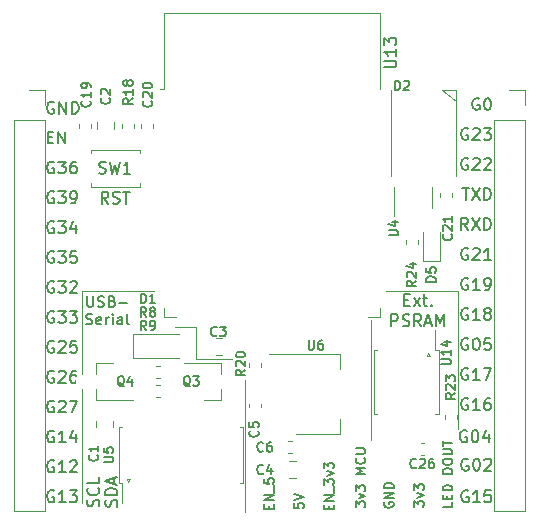
<source format=gto>
G04 #@! TF.GenerationSoftware,KiCad,Pcbnew,(5.1.8)-1*
G04 #@! TF.CreationDate,2022-05-07T10:28:52+02:00*
G04 #@! TF.ProjectId,SuperPower-uC-KiCad,53757065-7250-46f7-9765-722d75432d4b,rev?*
G04 #@! TF.SameCoordinates,Original*
G04 #@! TF.FileFunction,Legend,Top*
G04 #@! TF.FilePolarity,Positive*
%FSLAX46Y46*%
G04 Gerber Fmt 4.6, Leading zero omitted, Abs format (unit mm)*
G04 Created by KiCad (PCBNEW (5.1.8)-1) date 2022-05-07 10:28:52*
%MOMM*%
%LPD*%
G01*
G04 APERTURE LIST*
%ADD10C,0.150000*%
%ADD11C,0.120000*%
%ADD12C,0.200000*%
%ADD13R,0.650000X1.060000*%
%ADD14R,1.000000X1.500000*%
%ADD15C,2.700000*%
%ADD16O,1.700000X1.700000*%
%ADD17R,1.700000X1.700000*%
%ADD18R,2.000000X0.900000*%
%ADD19R,0.900000X2.000000*%
%ADD20R,5.000000X5.000000*%
%ADD21R,2.000000X1.500000*%
%ADD22R,2.000000X3.800000*%
%ADD23R,1.900000X0.800000*%
%ADD24R,0.900000X1.200000*%
G04 APERTURE END LIST*
D10*
X148380457Y-115703190D02*
X148380457Y-115436523D01*
X148799504Y-115322238D02*
X148799504Y-115703190D01*
X147999504Y-115703190D01*
X147999504Y-115322238D01*
X148799504Y-114979380D02*
X147999504Y-114979380D01*
X148799504Y-114522238D01*
X147999504Y-114522238D01*
X148875695Y-114331761D02*
X148875695Y-113722238D01*
X147999504Y-113150809D02*
X147999504Y-113531761D01*
X148380457Y-113569857D01*
X148342361Y-113531761D01*
X148304266Y-113455571D01*
X148304266Y-113265095D01*
X148342361Y-113188904D01*
X148380457Y-113150809D01*
X148456647Y-113112714D01*
X148647123Y-113112714D01*
X148723314Y-113150809D01*
X148761409Y-113188904D01*
X148799504Y-113265095D01*
X148799504Y-113455571D01*
X148761409Y-113531761D01*
X148723314Y-113569857D01*
X153460457Y-115753904D02*
X153460457Y-115487238D01*
X153879504Y-115372952D02*
X153879504Y-115753904D01*
X153079504Y-115753904D01*
X153079504Y-115372952D01*
X153879504Y-115030095D02*
X153079504Y-115030095D01*
X153879504Y-114572952D01*
X153079504Y-114572952D01*
X153955695Y-114382476D02*
X153955695Y-113772952D01*
X153079504Y-113658666D02*
X153079504Y-113163428D01*
X153384266Y-113430095D01*
X153384266Y-113315809D01*
X153422361Y-113239619D01*
X153460457Y-113201523D01*
X153536647Y-113163428D01*
X153727123Y-113163428D01*
X153803314Y-113201523D01*
X153841409Y-113239619D01*
X153879504Y-113315809D01*
X153879504Y-113544380D01*
X153841409Y-113620571D01*
X153803314Y-113658666D01*
X153346171Y-112896761D02*
X153879504Y-112706285D01*
X153346171Y-112515809D01*
X153079504Y-112287238D02*
X153079504Y-111792000D01*
X153384266Y-112058666D01*
X153384266Y-111944380D01*
X153422361Y-111868190D01*
X153460457Y-111830095D01*
X153536647Y-111792000D01*
X153727123Y-111792000D01*
X153803314Y-111830095D01*
X153841409Y-111868190D01*
X153879504Y-111944380D01*
X153879504Y-112172952D01*
X153841409Y-112249142D01*
X153803314Y-112287238D01*
X150539504Y-115214380D02*
X150539504Y-115595333D01*
X150920457Y-115633428D01*
X150882361Y-115595333D01*
X150844266Y-115519142D01*
X150844266Y-115328666D01*
X150882361Y-115252476D01*
X150920457Y-115214380D01*
X150996647Y-115176285D01*
X151187123Y-115176285D01*
X151263314Y-115214380D01*
X151301409Y-115252476D01*
X151339504Y-115328666D01*
X151339504Y-115519142D01*
X151301409Y-115595333D01*
X151263314Y-115633428D01*
X150539504Y-114947714D02*
X151339504Y-114681047D01*
X150539504Y-114414380D01*
D11*
X142214600Y-100330000D02*
X142214600Y-102997000D01*
X140436600Y-100330000D02*
X142214600Y-100330000D01*
X132562600Y-97282000D02*
X138658600Y-97282000D01*
X132562600Y-104267000D02*
X132562600Y-97282000D01*
X132562600Y-115189000D02*
X132562600Y-105537000D01*
D10*
X133028742Y-97690142D02*
X133028742Y-98418714D01*
X133071600Y-98504428D01*
X133114457Y-98547285D01*
X133200171Y-98590142D01*
X133371600Y-98590142D01*
X133457314Y-98547285D01*
X133500171Y-98504428D01*
X133543028Y-98418714D01*
X133543028Y-97690142D01*
X133928742Y-98547285D02*
X134057314Y-98590142D01*
X134271600Y-98590142D01*
X134357314Y-98547285D01*
X134400171Y-98504428D01*
X134443028Y-98418714D01*
X134443028Y-98333000D01*
X134400171Y-98247285D01*
X134357314Y-98204428D01*
X134271600Y-98161571D01*
X134100171Y-98118714D01*
X134014457Y-98075857D01*
X133971600Y-98033000D01*
X133928742Y-97947285D01*
X133928742Y-97861571D01*
X133971600Y-97775857D01*
X134014457Y-97733000D01*
X134100171Y-97690142D01*
X134314457Y-97690142D01*
X134443028Y-97733000D01*
X135128742Y-98118714D02*
X135257314Y-98161571D01*
X135300171Y-98204428D01*
X135343028Y-98290142D01*
X135343028Y-98418714D01*
X135300171Y-98504428D01*
X135257314Y-98547285D01*
X135171600Y-98590142D01*
X134828742Y-98590142D01*
X134828742Y-97690142D01*
X135128742Y-97690142D01*
X135214457Y-97733000D01*
X135257314Y-97775857D01*
X135300171Y-97861571D01*
X135300171Y-97947285D01*
X135257314Y-98033000D01*
X135214457Y-98075857D01*
X135128742Y-98118714D01*
X134828742Y-98118714D01*
X135728742Y-98247285D02*
X136414457Y-98247285D01*
X132943028Y-100047285D02*
X133071600Y-100090142D01*
X133285885Y-100090142D01*
X133371600Y-100047285D01*
X133414457Y-100004428D01*
X133457314Y-99918714D01*
X133457314Y-99833000D01*
X133414457Y-99747285D01*
X133371600Y-99704428D01*
X133285885Y-99661571D01*
X133114457Y-99618714D01*
X133028742Y-99575857D01*
X132985885Y-99533000D01*
X132943028Y-99447285D01*
X132943028Y-99361571D01*
X132985885Y-99275857D01*
X133028742Y-99233000D01*
X133114457Y-99190142D01*
X133328742Y-99190142D01*
X133457314Y-99233000D01*
X134185885Y-100047285D02*
X134100171Y-100090142D01*
X133928742Y-100090142D01*
X133843028Y-100047285D01*
X133800171Y-99961571D01*
X133800171Y-99618714D01*
X133843028Y-99533000D01*
X133928742Y-99490142D01*
X134100171Y-99490142D01*
X134185885Y-99533000D01*
X134228742Y-99618714D01*
X134228742Y-99704428D01*
X133800171Y-99790142D01*
X134614457Y-100090142D02*
X134614457Y-99490142D01*
X134614457Y-99661571D02*
X134657314Y-99575857D01*
X134700171Y-99533000D01*
X134785885Y-99490142D01*
X134871600Y-99490142D01*
X135171600Y-100090142D02*
X135171600Y-99490142D01*
X135171600Y-99190142D02*
X135128742Y-99233000D01*
X135171600Y-99275857D01*
X135214457Y-99233000D01*
X135171600Y-99190142D01*
X135171600Y-99275857D01*
X135985885Y-100090142D02*
X135985885Y-99618714D01*
X135943028Y-99533000D01*
X135857314Y-99490142D01*
X135685885Y-99490142D01*
X135600171Y-99533000D01*
X135985885Y-100047285D02*
X135900171Y-100090142D01*
X135685885Y-100090142D01*
X135600171Y-100047285D01*
X135557314Y-99961571D01*
X135557314Y-99875857D01*
X135600171Y-99790142D01*
X135685885Y-99747285D01*
X135900171Y-99747285D01*
X135985885Y-99704428D01*
X136543028Y-100090142D02*
X136457314Y-100047285D01*
X136414457Y-99961571D01*
X136414457Y-99190142D01*
X134808980Y-89860380D02*
X134475647Y-89384190D01*
X134237552Y-89860380D02*
X134237552Y-88860380D01*
X134618504Y-88860380D01*
X134713742Y-88908000D01*
X134761361Y-88955619D01*
X134808980Y-89050857D01*
X134808980Y-89193714D01*
X134761361Y-89288952D01*
X134713742Y-89336571D01*
X134618504Y-89384190D01*
X134237552Y-89384190D01*
X135189933Y-89812761D02*
X135332790Y-89860380D01*
X135570885Y-89860380D01*
X135666123Y-89812761D01*
X135713742Y-89765142D01*
X135761361Y-89669904D01*
X135761361Y-89574666D01*
X135713742Y-89479428D01*
X135666123Y-89431809D01*
X135570885Y-89384190D01*
X135380409Y-89336571D01*
X135285171Y-89288952D01*
X135237552Y-89241333D01*
X135189933Y-89146095D01*
X135189933Y-89050857D01*
X135237552Y-88955619D01*
X135285171Y-88908000D01*
X135380409Y-88860380D01*
X135618504Y-88860380D01*
X135761361Y-88908000D01*
X136047076Y-88860380D02*
X136618504Y-88860380D01*
X136332790Y-89860380D02*
X136332790Y-88860380D01*
X155746504Y-115563333D02*
X155746504Y-115068095D01*
X156051266Y-115334761D01*
X156051266Y-115220476D01*
X156089361Y-115144285D01*
X156127457Y-115106190D01*
X156203647Y-115068095D01*
X156394123Y-115068095D01*
X156470314Y-115106190D01*
X156508409Y-115144285D01*
X156546504Y-115220476D01*
X156546504Y-115449047D01*
X156508409Y-115525238D01*
X156470314Y-115563333D01*
X156013171Y-114801428D02*
X156546504Y-114610952D01*
X156013171Y-114420476D01*
X155746504Y-114191904D02*
X155746504Y-113696666D01*
X156051266Y-113963333D01*
X156051266Y-113849047D01*
X156089361Y-113772857D01*
X156127457Y-113734761D01*
X156203647Y-113696666D01*
X156394123Y-113696666D01*
X156470314Y-113734761D01*
X156508409Y-113772857D01*
X156546504Y-113849047D01*
X156546504Y-114077619D01*
X156508409Y-114153809D01*
X156470314Y-114191904D01*
X156546504Y-112744285D02*
X155746504Y-112744285D01*
X156317933Y-112477619D01*
X155746504Y-112210952D01*
X156546504Y-112210952D01*
X156470314Y-111372857D02*
X156508409Y-111410952D01*
X156546504Y-111525238D01*
X156546504Y-111601428D01*
X156508409Y-111715714D01*
X156432219Y-111791904D01*
X156356028Y-111830000D01*
X156203647Y-111868095D01*
X156089361Y-111868095D01*
X155936980Y-111830000D01*
X155860790Y-111791904D01*
X155784600Y-111715714D01*
X155746504Y-111601428D01*
X155746504Y-111525238D01*
X155784600Y-111410952D01*
X155822695Y-111372857D01*
X155746504Y-111030000D02*
X156394123Y-111030000D01*
X156470314Y-110991904D01*
X156508409Y-110953809D01*
X156546504Y-110877619D01*
X156546504Y-110725238D01*
X156508409Y-110649047D01*
X156470314Y-110610952D01*
X156394123Y-110572857D01*
X155746504Y-110572857D01*
X158197600Y-115163523D02*
X158159504Y-115239714D01*
X158159504Y-115354000D01*
X158197600Y-115468285D01*
X158273790Y-115544476D01*
X158349980Y-115582571D01*
X158502361Y-115620666D01*
X158616647Y-115620666D01*
X158769028Y-115582571D01*
X158845219Y-115544476D01*
X158921409Y-115468285D01*
X158959504Y-115354000D01*
X158959504Y-115277809D01*
X158921409Y-115163523D01*
X158883314Y-115125428D01*
X158616647Y-115125428D01*
X158616647Y-115277809D01*
X158959504Y-114782571D02*
X158159504Y-114782571D01*
X158959504Y-114325428D01*
X158159504Y-114325428D01*
X158959504Y-113944476D02*
X158159504Y-113944476D01*
X158159504Y-113754000D01*
X158197600Y-113639714D01*
X158273790Y-113563523D01*
X158349980Y-113525428D01*
X158502361Y-113487333D01*
X158616647Y-113487333D01*
X158769028Y-113525428D01*
X158845219Y-113563523D01*
X158921409Y-113639714D01*
X158959504Y-113754000D01*
X158959504Y-113944476D01*
X160699504Y-115506380D02*
X160699504Y-115011142D01*
X161004266Y-115277809D01*
X161004266Y-115163523D01*
X161042361Y-115087333D01*
X161080457Y-115049238D01*
X161156647Y-115011142D01*
X161347123Y-115011142D01*
X161423314Y-115049238D01*
X161461409Y-115087333D01*
X161499504Y-115163523D01*
X161499504Y-115392095D01*
X161461409Y-115468285D01*
X161423314Y-115506380D01*
X160966171Y-114744476D02*
X161499504Y-114554000D01*
X160966171Y-114363523D01*
X160699504Y-114134952D02*
X160699504Y-113639714D01*
X161004266Y-113906380D01*
X161004266Y-113792095D01*
X161042361Y-113715904D01*
X161080457Y-113677809D01*
X161156647Y-113639714D01*
X161347123Y-113639714D01*
X161423314Y-113677809D01*
X161461409Y-113715904D01*
X161499504Y-113792095D01*
X161499504Y-114020666D01*
X161461409Y-114096857D01*
X161423314Y-114134952D01*
X163912504Y-115137904D02*
X163912504Y-115518857D01*
X163112504Y-115518857D01*
X163493457Y-114871238D02*
X163493457Y-114604571D01*
X163912504Y-114490285D02*
X163912504Y-114871238D01*
X163112504Y-114871238D01*
X163112504Y-114490285D01*
X163912504Y-114147428D02*
X163112504Y-114147428D01*
X163112504Y-113956952D01*
X163150600Y-113842666D01*
X163226790Y-113766476D01*
X163302980Y-113728380D01*
X163455361Y-113690285D01*
X163569647Y-113690285D01*
X163722028Y-113728380D01*
X163798219Y-113766476D01*
X163874409Y-113842666D01*
X163912504Y-113956952D01*
X163912504Y-114147428D01*
X163912504Y-112737904D02*
X163112504Y-112737904D01*
X163112504Y-112547428D01*
X163150600Y-112433142D01*
X163226790Y-112356952D01*
X163302980Y-112318857D01*
X163455361Y-112280761D01*
X163569647Y-112280761D01*
X163722028Y-112318857D01*
X163798219Y-112356952D01*
X163874409Y-112433142D01*
X163912504Y-112547428D01*
X163912504Y-112737904D01*
X163112504Y-111785523D02*
X163112504Y-111633142D01*
X163150600Y-111556952D01*
X163226790Y-111480761D01*
X163379171Y-111442666D01*
X163645838Y-111442666D01*
X163798219Y-111480761D01*
X163874409Y-111556952D01*
X163912504Y-111633142D01*
X163912504Y-111785523D01*
X163874409Y-111861714D01*
X163798219Y-111937904D01*
X163645838Y-111976000D01*
X163379171Y-111976000D01*
X163226790Y-111937904D01*
X163150600Y-111861714D01*
X163112504Y-111785523D01*
X163112504Y-111099809D02*
X163760123Y-111099809D01*
X163836314Y-111061714D01*
X163874409Y-111023619D01*
X163912504Y-110947428D01*
X163912504Y-110795047D01*
X163874409Y-110718857D01*
X163836314Y-110680761D01*
X163760123Y-110642666D01*
X163112504Y-110642666D01*
X163112504Y-110376000D02*
X163112504Y-109918857D01*
X163912504Y-110147428D02*
X163112504Y-110147428D01*
D11*
X163067600Y-80207000D02*
X164210600Y-81153000D01*
D12*
X159867742Y-98011571D02*
X160201076Y-98011571D01*
X160343933Y-98535380D02*
X159867742Y-98535380D01*
X159867742Y-97535380D01*
X160343933Y-97535380D01*
X160677266Y-98535380D02*
X161201076Y-97868714D01*
X160677266Y-97868714D02*
X161201076Y-98535380D01*
X161439171Y-97868714D02*
X161820123Y-97868714D01*
X161582028Y-97535380D02*
X161582028Y-98392523D01*
X161629647Y-98487761D01*
X161724885Y-98535380D01*
X161820123Y-98535380D01*
X162153457Y-98440142D02*
X162201076Y-98487761D01*
X162153457Y-98535380D01*
X162105838Y-98487761D01*
X162153457Y-98440142D01*
X162153457Y-98535380D01*
X158772504Y-100235380D02*
X158772504Y-99235380D01*
X159153457Y-99235380D01*
X159248695Y-99283000D01*
X159296314Y-99330619D01*
X159343933Y-99425857D01*
X159343933Y-99568714D01*
X159296314Y-99663952D01*
X159248695Y-99711571D01*
X159153457Y-99759190D01*
X158772504Y-99759190D01*
X159724885Y-100187761D02*
X159867742Y-100235380D01*
X160105838Y-100235380D01*
X160201076Y-100187761D01*
X160248695Y-100140142D01*
X160296314Y-100044904D01*
X160296314Y-99949666D01*
X160248695Y-99854428D01*
X160201076Y-99806809D01*
X160105838Y-99759190D01*
X159915361Y-99711571D01*
X159820123Y-99663952D01*
X159772504Y-99616333D01*
X159724885Y-99521095D01*
X159724885Y-99425857D01*
X159772504Y-99330619D01*
X159820123Y-99283000D01*
X159915361Y-99235380D01*
X160153457Y-99235380D01*
X160296314Y-99283000D01*
X161296314Y-100235380D02*
X160962980Y-99759190D01*
X160724885Y-100235380D02*
X160724885Y-99235380D01*
X161105838Y-99235380D01*
X161201076Y-99283000D01*
X161248695Y-99330619D01*
X161296314Y-99425857D01*
X161296314Y-99568714D01*
X161248695Y-99663952D01*
X161201076Y-99711571D01*
X161105838Y-99759190D01*
X160724885Y-99759190D01*
X161677266Y-99949666D02*
X162153457Y-99949666D01*
X161582028Y-100235380D02*
X161915361Y-99235380D01*
X162248695Y-100235380D01*
X162582028Y-100235380D02*
X162582028Y-99235380D01*
X162915361Y-99949666D01*
X163248695Y-99235380D01*
X163248695Y-100235380D01*
D11*
X164439600Y-97282000D02*
X164439600Y-108966000D01*
X158343600Y-97282000D02*
X164439600Y-97282000D01*
X157073600Y-109855000D02*
X157073600Y-99695000D01*
X145262600Y-102997000D02*
X142214600Y-102997000D01*
X146405600Y-104775000D02*
X146405600Y-115951000D01*
X136372600Y-113157000D02*
X136499600Y-113411000D01*
X136626600Y-113157000D02*
X136372600Y-113157000D01*
X136499600Y-113411000D02*
X136626600Y-113157000D01*
X162026600Y-102743000D02*
X161899600Y-102489000D01*
X161772600Y-102743000D02*
X162026600Y-102743000D01*
X161899600Y-102489000D02*
X161772600Y-102743000D01*
D10*
X135507361Y-115514285D02*
X135554980Y-115371428D01*
X135554980Y-115133333D01*
X135507361Y-115038095D01*
X135459742Y-114990476D01*
X135364504Y-114942857D01*
X135269266Y-114942857D01*
X135174028Y-114990476D01*
X135126409Y-115038095D01*
X135078790Y-115133333D01*
X135031171Y-115323809D01*
X134983552Y-115419047D01*
X134935933Y-115466666D01*
X134840695Y-115514285D01*
X134745457Y-115514285D01*
X134650219Y-115466666D01*
X134602600Y-115419047D01*
X134554980Y-115323809D01*
X134554980Y-115085714D01*
X134602600Y-114942857D01*
X135554980Y-114514285D02*
X134554980Y-114514285D01*
X134554980Y-114276190D01*
X134602600Y-114133333D01*
X134697838Y-114038095D01*
X134793076Y-113990476D01*
X134983552Y-113942857D01*
X135126409Y-113942857D01*
X135316885Y-113990476D01*
X135412123Y-114038095D01*
X135507361Y-114133333D01*
X135554980Y-114276190D01*
X135554980Y-114514285D01*
X135269266Y-113561904D02*
X135269266Y-113085714D01*
X135554980Y-113657142D02*
X134554980Y-113323809D01*
X135554980Y-112990476D01*
X133983361Y-115490476D02*
X134030980Y-115347619D01*
X134030980Y-115109523D01*
X133983361Y-115014285D01*
X133935742Y-114966666D01*
X133840504Y-114919047D01*
X133745266Y-114919047D01*
X133650028Y-114966666D01*
X133602409Y-115014285D01*
X133554790Y-115109523D01*
X133507171Y-115300000D01*
X133459552Y-115395238D01*
X133411933Y-115442857D01*
X133316695Y-115490476D01*
X133221457Y-115490476D01*
X133126219Y-115442857D01*
X133078600Y-115395238D01*
X133030980Y-115300000D01*
X133030980Y-115061904D01*
X133078600Y-114919047D01*
X133935742Y-113919047D02*
X133983361Y-113966666D01*
X134030980Y-114109523D01*
X134030980Y-114204761D01*
X133983361Y-114347619D01*
X133888123Y-114442857D01*
X133792885Y-114490476D01*
X133602409Y-114538095D01*
X133459552Y-114538095D01*
X133269076Y-114490476D01*
X133173838Y-114442857D01*
X133078600Y-114347619D01*
X133030980Y-114204761D01*
X133030980Y-114109523D01*
X133078600Y-113966666D01*
X133126219Y-113919047D01*
X134030980Y-113014285D02*
X134030980Y-113490476D01*
X133030980Y-113490476D01*
X165273123Y-114181000D02*
X165177885Y-114133380D01*
X165035028Y-114133380D01*
X164892171Y-114181000D01*
X164796933Y-114276238D01*
X164749314Y-114371476D01*
X164701695Y-114561952D01*
X164701695Y-114704809D01*
X164749314Y-114895285D01*
X164796933Y-114990523D01*
X164892171Y-115085761D01*
X165035028Y-115133380D01*
X165130266Y-115133380D01*
X165273123Y-115085761D01*
X165320742Y-115038142D01*
X165320742Y-114704809D01*
X165130266Y-114704809D01*
X166273123Y-115133380D02*
X165701695Y-115133380D01*
X165987409Y-115133380D02*
X165987409Y-114133380D01*
X165892171Y-114276238D01*
X165796933Y-114371476D01*
X165701695Y-114419095D01*
X167177885Y-114133380D02*
X166701695Y-114133380D01*
X166654076Y-114609571D01*
X166701695Y-114561952D01*
X166796933Y-114514333D01*
X167035028Y-114514333D01*
X167130266Y-114561952D01*
X167177885Y-114609571D01*
X167225504Y-114704809D01*
X167225504Y-114942904D01*
X167177885Y-115038142D01*
X167130266Y-115085761D01*
X167035028Y-115133380D01*
X166796933Y-115133380D01*
X166701695Y-115085761D01*
X166654076Y-115038142D01*
X165273123Y-111514000D02*
X165177885Y-111466380D01*
X165035028Y-111466380D01*
X164892171Y-111514000D01*
X164796933Y-111609238D01*
X164749314Y-111704476D01*
X164701695Y-111894952D01*
X164701695Y-112037809D01*
X164749314Y-112228285D01*
X164796933Y-112323523D01*
X164892171Y-112418761D01*
X165035028Y-112466380D01*
X165130266Y-112466380D01*
X165273123Y-112418761D01*
X165320742Y-112371142D01*
X165320742Y-112037809D01*
X165130266Y-112037809D01*
X165939790Y-111466380D02*
X166035028Y-111466380D01*
X166130266Y-111514000D01*
X166177885Y-111561619D01*
X166225504Y-111656857D01*
X166273123Y-111847333D01*
X166273123Y-112085428D01*
X166225504Y-112275904D01*
X166177885Y-112371142D01*
X166130266Y-112418761D01*
X166035028Y-112466380D01*
X165939790Y-112466380D01*
X165844552Y-112418761D01*
X165796933Y-112371142D01*
X165749314Y-112275904D01*
X165701695Y-112085428D01*
X165701695Y-111847333D01*
X165749314Y-111656857D01*
X165796933Y-111561619D01*
X165844552Y-111514000D01*
X165939790Y-111466380D01*
X166654076Y-111561619D02*
X166701695Y-111514000D01*
X166796933Y-111466380D01*
X167035028Y-111466380D01*
X167130266Y-111514000D01*
X167177885Y-111561619D01*
X167225504Y-111656857D01*
X167225504Y-111752095D01*
X167177885Y-111894952D01*
X166606457Y-112466380D01*
X167225504Y-112466380D01*
X165146123Y-109101000D02*
X165050885Y-109053380D01*
X164908028Y-109053380D01*
X164765171Y-109101000D01*
X164669933Y-109196238D01*
X164622314Y-109291476D01*
X164574695Y-109481952D01*
X164574695Y-109624809D01*
X164622314Y-109815285D01*
X164669933Y-109910523D01*
X164765171Y-110005761D01*
X164908028Y-110053380D01*
X165003266Y-110053380D01*
X165146123Y-110005761D01*
X165193742Y-109958142D01*
X165193742Y-109624809D01*
X165003266Y-109624809D01*
X165812790Y-109053380D02*
X165908028Y-109053380D01*
X166003266Y-109101000D01*
X166050885Y-109148619D01*
X166098504Y-109243857D01*
X166146123Y-109434333D01*
X166146123Y-109672428D01*
X166098504Y-109862904D01*
X166050885Y-109958142D01*
X166003266Y-110005761D01*
X165908028Y-110053380D01*
X165812790Y-110053380D01*
X165717552Y-110005761D01*
X165669933Y-109958142D01*
X165622314Y-109862904D01*
X165574695Y-109672428D01*
X165574695Y-109434333D01*
X165622314Y-109243857D01*
X165669933Y-109148619D01*
X165717552Y-109101000D01*
X165812790Y-109053380D01*
X167003266Y-109386714D02*
X167003266Y-110053380D01*
X166765171Y-109005761D02*
X166527076Y-109720047D01*
X167146123Y-109720047D01*
X165254133Y-106383200D02*
X165158895Y-106335580D01*
X165016038Y-106335580D01*
X164873181Y-106383200D01*
X164777943Y-106478438D01*
X164730324Y-106573676D01*
X164682705Y-106764152D01*
X164682705Y-106907009D01*
X164730324Y-107097485D01*
X164777943Y-107192723D01*
X164873181Y-107287961D01*
X165016038Y-107335580D01*
X165111276Y-107335580D01*
X165254133Y-107287961D01*
X165301752Y-107240342D01*
X165301752Y-106907009D01*
X165111276Y-106907009D01*
X166254133Y-107335580D02*
X165682705Y-107335580D01*
X165968419Y-107335580D02*
X165968419Y-106335580D01*
X165873181Y-106478438D01*
X165777943Y-106573676D01*
X165682705Y-106621295D01*
X167111276Y-106335580D02*
X166920800Y-106335580D01*
X166825562Y-106383200D01*
X166777943Y-106430819D01*
X166682705Y-106573676D01*
X166635086Y-106764152D01*
X166635086Y-107145104D01*
X166682705Y-107240342D01*
X166730324Y-107287961D01*
X166825562Y-107335580D01*
X167016038Y-107335580D01*
X167111276Y-107287961D01*
X167158895Y-107240342D01*
X167206514Y-107145104D01*
X167206514Y-106907009D01*
X167158895Y-106811771D01*
X167111276Y-106764152D01*
X167016038Y-106716533D01*
X166825562Y-106716533D01*
X166730324Y-106764152D01*
X166682705Y-106811771D01*
X166635086Y-106907009D01*
X165254133Y-103843200D02*
X165158895Y-103795580D01*
X165016038Y-103795580D01*
X164873181Y-103843200D01*
X164777943Y-103938438D01*
X164730324Y-104033676D01*
X164682705Y-104224152D01*
X164682705Y-104367009D01*
X164730324Y-104557485D01*
X164777943Y-104652723D01*
X164873181Y-104747961D01*
X165016038Y-104795580D01*
X165111276Y-104795580D01*
X165254133Y-104747961D01*
X165301752Y-104700342D01*
X165301752Y-104367009D01*
X165111276Y-104367009D01*
X166254133Y-104795580D02*
X165682705Y-104795580D01*
X165968419Y-104795580D02*
X165968419Y-103795580D01*
X165873181Y-103938438D01*
X165777943Y-104033676D01*
X165682705Y-104081295D01*
X166587467Y-103795580D02*
X167254133Y-103795580D01*
X166825562Y-104795580D01*
X165254133Y-101303200D02*
X165158895Y-101255580D01*
X165016038Y-101255580D01*
X164873181Y-101303200D01*
X164777943Y-101398438D01*
X164730324Y-101493676D01*
X164682705Y-101684152D01*
X164682705Y-101827009D01*
X164730324Y-102017485D01*
X164777943Y-102112723D01*
X164873181Y-102207961D01*
X165016038Y-102255580D01*
X165111276Y-102255580D01*
X165254133Y-102207961D01*
X165301752Y-102160342D01*
X165301752Y-101827009D01*
X165111276Y-101827009D01*
X165920800Y-101255580D02*
X166016038Y-101255580D01*
X166111276Y-101303200D01*
X166158895Y-101350819D01*
X166206514Y-101446057D01*
X166254133Y-101636533D01*
X166254133Y-101874628D01*
X166206514Y-102065104D01*
X166158895Y-102160342D01*
X166111276Y-102207961D01*
X166016038Y-102255580D01*
X165920800Y-102255580D01*
X165825562Y-102207961D01*
X165777943Y-102160342D01*
X165730324Y-102065104D01*
X165682705Y-101874628D01*
X165682705Y-101636533D01*
X165730324Y-101446057D01*
X165777943Y-101350819D01*
X165825562Y-101303200D01*
X165920800Y-101255580D01*
X167158895Y-101255580D02*
X166682705Y-101255580D01*
X166635086Y-101731771D01*
X166682705Y-101684152D01*
X166777943Y-101636533D01*
X167016038Y-101636533D01*
X167111276Y-101684152D01*
X167158895Y-101731771D01*
X167206514Y-101827009D01*
X167206514Y-102065104D01*
X167158895Y-102160342D01*
X167111276Y-102207961D01*
X167016038Y-102255580D01*
X166777943Y-102255580D01*
X166682705Y-102207961D01*
X166635086Y-102160342D01*
X165254133Y-98763200D02*
X165158895Y-98715580D01*
X165016038Y-98715580D01*
X164873181Y-98763200D01*
X164777943Y-98858438D01*
X164730324Y-98953676D01*
X164682705Y-99144152D01*
X164682705Y-99287009D01*
X164730324Y-99477485D01*
X164777943Y-99572723D01*
X164873181Y-99667961D01*
X165016038Y-99715580D01*
X165111276Y-99715580D01*
X165254133Y-99667961D01*
X165301752Y-99620342D01*
X165301752Y-99287009D01*
X165111276Y-99287009D01*
X166254133Y-99715580D02*
X165682705Y-99715580D01*
X165968419Y-99715580D02*
X165968419Y-98715580D01*
X165873181Y-98858438D01*
X165777943Y-98953676D01*
X165682705Y-99001295D01*
X166825562Y-99144152D02*
X166730324Y-99096533D01*
X166682705Y-99048914D01*
X166635086Y-98953676D01*
X166635086Y-98906057D01*
X166682705Y-98810819D01*
X166730324Y-98763200D01*
X166825562Y-98715580D01*
X167016038Y-98715580D01*
X167111276Y-98763200D01*
X167158895Y-98810819D01*
X167206514Y-98906057D01*
X167206514Y-98953676D01*
X167158895Y-99048914D01*
X167111276Y-99096533D01*
X167016038Y-99144152D01*
X166825562Y-99144152D01*
X166730324Y-99191771D01*
X166682705Y-99239390D01*
X166635086Y-99334628D01*
X166635086Y-99525104D01*
X166682705Y-99620342D01*
X166730324Y-99667961D01*
X166825562Y-99715580D01*
X167016038Y-99715580D01*
X167111276Y-99667961D01*
X167158895Y-99620342D01*
X167206514Y-99525104D01*
X167206514Y-99334628D01*
X167158895Y-99239390D01*
X167111276Y-99191771D01*
X167016038Y-99144152D01*
X165254133Y-96223200D02*
X165158895Y-96175580D01*
X165016038Y-96175580D01*
X164873181Y-96223200D01*
X164777943Y-96318438D01*
X164730324Y-96413676D01*
X164682705Y-96604152D01*
X164682705Y-96747009D01*
X164730324Y-96937485D01*
X164777943Y-97032723D01*
X164873181Y-97127961D01*
X165016038Y-97175580D01*
X165111276Y-97175580D01*
X165254133Y-97127961D01*
X165301752Y-97080342D01*
X165301752Y-96747009D01*
X165111276Y-96747009D01*
X166254133Y-97175580D02*
X165682705Y-97175580D01*
X165968419Y-97175580D02*
X165968419Y-96175580D01*
X165873181Y-96318438D01*
X165777943Y-96413676D01*
X165682705Y-96461295D01*
X166730324Y-97175580D02*
X166920800Y-97175580D01*
X167016038Y-97127961D01*
X167063657Y-97080342D01*
X167158895Y-96937485D01*
X167206514Y-96747009D01*
X167206514Y-96366057D01*
X167158895Y-96270819D01*
X167111276Y-96223200D01*
X167016038Y-96175580D01*
X166825562Y-96175580D01*
X166730324Y-96223200D01*
X166682705Y-96270819D01*
X166635086Y-96366057D01*
X166635086Y-96604152D01*
X166682705Y-96699390D01*
X166730324Y-96747009D01*
X166825562Y-96794628D01*
X167016038Y-96794628D01*
X167111276Y-96747009D01*
X167158895Y-96699390D01*
X167206514Y-96604152D01*
X165254133Y-93683200D02*
X165158895Y-93635580D01*
X165016038Y-93635580D01*
X164873181Y-93683200D01*
X164777943Y-93778438D01*
X164730324Y-93873676D01*
X164682705Y-94064152D01*
X164682705Y-94207009D01*
X164730324Y-94397485D01*
X164777943Y-94492723D01*
X164873181Y-94587961D01*
X165016038Y-94635580D01*
X165111276Y-94635580D01*
X165254133Y-94587961D01*
X165301752Y-94540342D01*
X165301752Y-94207009D01*
X165111276Y-94207009D01*
X165682705Y-93730819D02*
X165730324Y-93683200D01*
X165825562Y-93635580D01*
X166063657Y-93635580D01*
X166158895Y-93683200D01*
X166206514Y-93730819D01*
X166254133Y-93826057D01*
X166254133Y-93921295D01*
X166206514Y-94064152D01*
X165635086Y-94635580D01*
X166254133Y-94635580D01*
X167206514Y-94635580D02*
X166635086Y-94635580D01*
X166920800Y-94635580D02*
X166920800Y-93635580D01*
X166825562Y-93778438D01*
X166730324Y-93873676D01*
X166635086Y-93921295D01*
X165254133Y-92095580D02*
X164920800Y-91619390D01*
X164682704Y-92095580D02*
X164682704Y-91095580D01*
X165063657Y-91095580D01*
X165158895Y-91143200D01*
X165206514Y-91190819D01*
X165254133Y-91286057D01*
X165254133Y-91428914D01*
X165206514Y-91524152D01*
X165158895Y-91571771D01*
X165063657Y-91619390D01*
X164682704Y-91619390D01*
X165587466Y-91095580D02*
X166254133Y-92095580D01*
X166254133Y-91095580D02*
X165587466Y-92095580D01*
X166635085Y-92095580D02*
X166635085Y-91095580D01*
X166873180Y-91095580D01*
X167016038Y-91143200D01*
X167111276Y-91238438D01*
X167158895Y-91333676D01*
X167206514Y-91524152D01*
X167206514Y-91667009D01*
X167158895Y-91857485D01*
X167111276Y-91952723D01*
X167016038Y-92047961D01*
X166873180Y-92095580D01*
X166635085Y-92095580D01*
X165254133Y-86063200D02*
X165158895Y-86015580D01*
X165016038Y-86015580D01*
X164873181Y-86063200D01*
X164777943Y-86158438D01*
X164730324Y-86253676D01*
X164682705Y-86444152D01*
X164682705Y-86587009D01*
X164730324Y-86777485D01*
X164777943Y-86872723D01*
X164873181Y-86967961D01*
X165016038Y-87015580D01*
X165111276Y-87015580D01*
X165254133Y-86967961D01*
X165301752Y-86920342D01*
X165301752Y-86587009D01*
X165111276Y-86587009D01*
X165682705Y-86110819D02*
X165730324Y-86063200D01*
X165825562Y-86015580D01*
X166063657Y-86015580D01*
X166158895Y-86063200D01*
X166206514Y-86110819D01*
X166254133Y-86206057D01*
X166254133Y-86301295D01*
X166206514Y-86444152D01*
X165635086Y-87015580D01*
X166254133Y-87015580D01*
X166635086Y-86110819D02*
X166682705Y-86063200D01*
X166777943Y-86015580D01*
X167016038Y-86015580D01*
X167111276Y-86063200D01*
X167158895Y-86110819D01*
X167206514Y-86206057D01*
X167206514Y-86301295D01*
X167158895Y-86444152D01*
X166587467Y-87015580D01*
X167206514Y-87015580D01*
X164777943Y-88555580D02*
X165349371Y-88555580D01*
X165063657Y-89555580D02*
X165063657Y-88555580D01*
X165587467Y-88555580D02*
X166254133Y-89555580D01*
X166254133Y-88555580D02*
X165587467Y-89555580D01*
X166635086Y-89555580D02*
X166635086Y-88555580D01*
X166873181Y-88555580D01*
X167016038Y-88603200D01*
X167111276Y-88698438D01*
X167158895Y-88793676D01*
X167206514Y-88984152D01*
X167206514Y-89127009D01*
X167158895Y-89317485D01*
X167111276Y-89412723D01*
X167016038Y-89507961D01*
X166873181Y-89555580D01*
X166635086Y-89555580D01*
X165254133Y-83523200D02*
X165158895Y-83475580D01*
X165016038Y-83475580D01*
X164873181Y-83523200D01*
X164777943Y-83618438D01*
X164730324Y-83713676D01*
X164682705Y-83904152D01*
X164682705Y-84047009D01*
X164730324Y-84237485D01*
X164777943Y-84332723D01*
X164873181Y-84427961D01*
X165016038Y-84475580D01*
X165111276Y-84475580D01*
X165254133Y-84427961D01*
X165301752Y-84380342D01*
X165301752Y-84047009D01*
X165111276Y-84047009D01*
X165682705Y-83570819D02*
X165730324Y-83523200D01*
X165825562Y-83475580D01*
X166063657Y-83475580D01*
X166158895Y-83523200D01*
X166206514Y-83570819D01*
X166254133Y-83666057D01*
X166254133Y-83761295D01*
X166206514Y-83904152D01*
X165635086Y-84475580D01*
X166254133Y-84475580D01*
X166587467Y-83475580D02*
X167206514Y-83475580D01*
X166873181Y-83856533D01*
X167016038Y-83856533D01*
X167111276Y-83904152D01*
X167158895Y-83951771D01*
X167206514Y-84047009D01*
X167206514Y-84285104D01*
X167158895Y-84380342D01*
X167111276Y-84427961D01*
X167016038Y-84475580D01*
X166730324Y-84475580D01*
X166635086Y-84427961D01*
X166587467Y-84380342D01*
X166206514Y-80983200D02*
X166111276Y-80935580D01*
X165968419Y-80935580D01*
X165825561Y-80983200D01*
X165730323Y-81078438D01*
X165682704Y-81173676D01*
X165635085Y-81364152D01*
X165635085Y-81507009D01*
X165682704Y-81697485D01*
X165730323Y-81792723D01*
X165825561Y-81887961D01*
X165968419Y-81935580D01*
X166063657Y-81935580D01*
X166206514Y-81887961D01*
X166254133Y-81840342D01*
X166254133Y-81507009D01*
X166063657Y-81507009D01*
X166873180Y-80935580D02*
X166968419Y-80935580D01*
X167063657Y-80983200D01*
X167111276Y-81030819D01*
X167158895Y-81126057D01*
X167206514Y-81316533D01*
X167206514Y-81554628D01*
X167158895Y-81745104D01*
X167111276Y-81840342D01*
X167063657Y-81887961D01*
X166968419Y-81935580D01*
X166873180Y-81935580D01*
X166777942Y-81887961D01*
X166730323Y-81840342D01*
X166682704Y-81745104D01*
X166635085Y-81554628D01*
X166635085Y-81316533D01*
X166682704Y-81126057D01*
X166730323Y-81030819D01*
X166777942Y-80983200D01*
X166873180Y-80935580D01*
X130195723Y-114181000D02*
X130100485Y-114133380D01*
X129957628Y-114133380D01*
X129814771Y-114181000D01*
X129719533Y-114276238D01*
X129671914Y-114371476D01*
X129624295Y-114561952D01*
X129624295Y-114704809D01*
X129671914Y-114895285D01*
X129719533Y-114990523D01*
X129814771Y-115085761D01*
X129957628Y-115133380D01*
X130052866Y-115133380D01*
X130195723Y-115085761D01*
X130243342Y-115038142D01*
X130243342Y-114704809D01*
X130052866Y-114704809D01*
X131195723Y-115133380D02*
X130624295Y-115133380D01*
X130910009Y-115133380D02*
X130910009Y-114133380D01*
X130814771Y-114276238D01*
X130719533Y-114371476D01*
X130624295Y-114419095D01*
X131529057Y-114133380D02*
X132148104Y-114133380D01*
X131814771Y-114514333D01*
X131957628Y-114514333D01*
X132052866Y-114561952D01*
X132100485Y-114609571D01*
X132148104Y-114704809D01*
X132148104Y-114942904D01*
X132100485Y-115038142D01*
X132052866Y-115085761D01*
X131957628Y-115133380D01*
X131671914Y-115133380D01*
X131576676Y-115085761D01*
X131529057Y-115038142D01*
X130195723Y-111650760D02*
X130100485Y-111603140D01*
X129957628Y-111603140D01*
X129814771Y-111650760D01*
X129719533Y-111745998D01*
X129671914Y-111841236D01*
X129624295Y-112031712D01*
X129624295Y-112174569D01*
X129671914Y-112365045D01*
X129719533Y-112460283D01*
X129814771Y-112555521D01*
X129957628Y-112603140D01*
X130052866Y-112603140D01*
X130195723Y-112555521D01*
X130243342Y-112507902D01*
X130243342Y-112174569D01*
X130052866Y-112174569D01*
X131195723Y-112603140D02*
X130624295Y-112603140D01*
X130910009Y-112603140D02*
X130910009Y-111603140D01*
X130814771Y-111745998D01*
X130719533Y-111841236D01*
X130624295Y-111888855D01*
X131576676Y-111698379D02*
X131624295Y-111650760D01*
X131719533Y-111603140D01*
X131957628Y-111603140D01*
X132052866Y-111650760D01*
X132100485Y-111698379D01*
X132148104Y-111793617D01*
X132148104Y-111888855D01*
X132100485Y-112031712D01*
X131529057Y-112603140D01*
X132148104Y-112603140D01*
X130195723Y-109120530D02*
X130100485Y-109072910D01*
X129957628Y-109072910D01*
X129814771Y-109120530D01*
X129719533Y-109215768D01*
X129671914Y-109311006D01*
X129624295Y-109501482D01*
X129624295Y-109644339D01*
X129671914Y-109834815D01*
X129719533Y-109930053D01*
X129814771Y-110025291D01*
X129957628Y-110072910D01*
X130052866Y-110072910D01*
X130195723Y-110025291D01*
X130243342Y-109977672D01*
X130243342Y-109644339D01*
X130052866Y-109644339D01*
X131195723Y-110072910D02*
X130624295Y-110072910D01*
X130910009Y-110072910D02*
X130910009Y-109072910D01*
X130814771Y-109215768D01*
X130719533Y-109311006D01*
X130624295Y-109358625D01*
X132052866Y-109406244D02*
X132052866Y-110072910D01*
X131814771Y-109025291D02*
X131576676Y-109739577D01*
X132195723Y-109739577D01*
X130195723Y-106590300D02*
X130100485Y-106542680D01*
X129957628Y-106542680D01*
X129814771Y-106590300D01*
X129719533Y-106685538D01*
X129671914Y-106780776D01*
X129624295Y-106971252D01*
X129624295Y-107114109D01*
X129671914Y-107304585D01*
X129719533Y-107399823D01*
X129814771Y-107495061D01*
X129957628Y-107542680D01*
X130052866Y-107542680D01*
X130195723Y-107495061D01*
X130243342Y-107447442D01*
X130243342Y-107114109D01*
X130052866Y-107114109D01*
X130624295Y-106637919D02*
X130671914Y-106590300D01*
X130767152Y-106542680D01*
X131005247Y-106542680D01*
X131100485Y-106590300D01*
X131148104Y-106637919D01*
X131195723Y-106733157D01*
X131195723Y-106828395D01*
X131148104Y-106971252D01*
X130576676Y-107542680D01*
X131195723Y-107542680D01*
X131529057Y-106542680D02*
X132195723Y-106542680D01*
X131767152Y-107542680D01*
X130195723Y-104060070D02*
X130100485Y-104012450D01*
X129957628Y-104012450D01*
X129814771Y-104060070D01*
X129719533Y-104155308D01*
X129671914Y-104250546D01*
X129624295Y-104441022D01*
X129624295Y-104583879D01*
X129671914Y-104774355D01*
X129719533Y-104869593D01*
X129814771Y-104964831D01*
X129957628Y-105012450D01*
X130052866Y-105012450D01*
X130195723Y-104964831D01*
X130243342Y-104917212D01*
X130243342Y-104583879D01*
X130052866Y-104583879D01*
X130624295Y-104107689D02*
X130671914Y-104060070D01*
X130767152Y-104012450D01*
X131005247Y-104012450D01*
X131100485Y-104060070D01*
X131148104Y-104107689D01*
X131195723Y-104202927D01*
X131195723Y-104298165D01*
X131148104Y-104441022D01*
X130576676Y-105012450D01*
X131195723Y-105012450D01*
X132052866Y-104012450D02*
X131862390Y-104012450D01*
X131767152Y-104060070D01*
X131719533Y-104107689D01*
X131624295Y-104250546D01*
X131576676Y-104441022D01*
X131576676Y-104821974D01*
X131624295Y-104917212D01*
X131671914Y-104964831D01*
X131767152Y-105012450D01*
X131957628Y-105012450D01*
X132052866Y-104964831D01*
X132100485Y-104917212D01*
X132148104Y-104821974D01*
X132148104Y-104583879D01*
X132100485Y-104488641D01*
X132052866Y-104441022D01*
X131957628Y-104393403D01*
X131767152Y-104393403D01*
X131671914Y-104441022D01*
X131624295Y-104488641D01*
X131576676Y-104583879D01*
X130195723Y-101529840D02*
X130100485Y-101482220D01*
X129957628Y-101482220D01*
X129814771Y-101529840D01*
X129719533Y-101625078D01*
X129671914Y-101720316D01*
X129624295Y-101910792D01*
X129624295Y-102053649D01*
X129671914Y-102244125D01*
X129719533Y-102339363D01*
X129814771Y-102434601D01*
X129957628Y-102482220D01*
X130052866Y-102482220D01*
X130195723Y-102434601D01*
X130243342Y-102386982D01*
X130243342Y-102053649D01*
X130052866Y-102053649D01*
X130624295Y-101577459D02*
X130671914Y-101529840D01*
X130767152Y-101482220D01*
X131005247Y-101482220D01*
X131100485Y-101529840D01*
X131148104Y-101577459D01*
X131195723Y-101672697D01*
X131195723Y-101767935D01*
X131148104Y-101910792D01*
X130576676Y-102482220D01*
X131195723Y-102482220D01*
X132100485Y-101482220D02*
X131624295Y-101482220D01*
X131576676Y-101958411D01*
X131624295Y-101910792D01*
X131719533Y-101863173D01*
X131957628Y-101863173D01*
X132052866Y-101910792D01*
X132100485Y-101958411D01*
X132148104Y-102053649D01*
X132148104Y-102291744D01*
X132100485Y-102386982D01*
X132052866Y-102434601D01*
X131957628Y-102482220D01*
X131719533Y-102482220D01*
X131624295Y-102434601D01*
X131576676Y-102386982D01*
X130195723Y-98999610D02*
X130100485Y-98951990D01*
X129957628Y-98951990D01*
X129814771Y-98999610D01*
X129719533Y-99094848D01*
X129671914Y-99190086D01*
X129624295Y-99380562D01*
X129624295Y-99523419D01*
X129671914Y-99713895D01*
X129719533Y-99809133D01*
X129814771Y-99904371D01*
X129957628Y-99951990D01*
X130052866Y-99951990D01*
X130195723Y-99904371D01*
X130243342Y-99856752D01*
X130243342Y-99523419D01*
X130052866Y-99523419D01*
X130576676Y-98951990D02*
X131195723Y-98951990D01*
X130862390Y-99332943D01*
X131005247Y-99332943D01*
X131100485Y-99380562D01*
X131148104Y-99428181D01*
X131195723Y-99523419D01*
X131195723Y-99761514D01*
X131148104Y-99856752D01*
X131100485Y-99904371D01*
X131005247Y-99951990D01*
X130719533Y-99951990D01*
X130624295Y-99904371D01*
X130576676Y-99856752D01*
X131529057Y-98951990D02*
X132148104Y-98951990D01*
X131814771Y-99332943D01*
X131957628Y-99332943D01*
X132052866Y-99380562D01*
X132100485Y-99428181D01*
X132148104Y-99523419D01*
X132148104Y-99761514D01*
X132100485Y-99856752D01*
X132052866Y-99904371D01*
X131957628Y-99951990D01*
X131671914Y-99951990D01*
X131576676Y-99904371D01*
X131529057Y-99856752D01*
X130195723Y-96469380D02*
X130100485Y-96421760D01*
X129957628Y-96421760D01*
X129814771Y-96469380D01*
X129719533Y-96564618D01*
X129671914Y-96659856D01*
X129624295Y-96850332D01*
X129624295Y-96993189D01*
X129671914Y-97183665D01*
X129719533Y-97278903D01*
X129814771Y-97374141D01*
X129957628Y-97421760D01*
X130052866Y-97421760D01*
X130195723Y-97374141D01*
X130243342Y-97326522D01*
X130243342Y-96993189D01*
X130052866Y-96993189D01*
X130576676Y-96421760D02*
X131195723Y-96421760D01*
X130862390Y-96802713D01*
X131005247Y-96802713D01*
X131100485Y-96850332D01*
X131148104Y-96897951D01*
X131195723Y-96993189D01*
X131195723Y-97231284D01*
X131148104Y-97326522D01*
X131100485Y-97374141D01*
X131005247Y-97421760D01*
X130719533Y-97421760D01*
X130624295Y-97374141D01*
X130576676Y-97326522D01*
X131576676Y-96516999D02*
X131624295Y-96469380D01*
X131719533Y-96421760D01*
X131957628Y-96421760D01*
X132052866Y-96469380D01*
X132100485Y-96516999D01*
X132148104Y-96612237D01*
X132148104Y-96707475D01*
X132100485Y-96850332D01*
X131529057Y-97421760D01*
X132148104Y-97421760D01*
X130195723Y-93939150D02*
X130100485Y-93891530D01*
X129957628Y-93891530D01*
X129814771Y-93939150D01*
X129719533Y-94034388D01*
X129671914Y-94129626D01*
X129624295Y-94320102D01*
X129624295Y-94462959D01*
X129671914Y-94653435D01*
X129719533Y-94748673D01*
X129814771Y-94843911D01*
X129957628Y-94891530D01*
X130052866Y-94891530D01*
X130195723Y-94843911D01*
X130243342Y-94796292D01*
X130243342Y-94462959D01*
X130052866Y-94462959D01*
X130576676Y-93891530D02*
X131195723Y-93891530D01*
X130862390Y-94272483D01*
X131005247Y-94272483D01*
X131100485Y-94320102D01*
X131148104Y-94367721D01*
X131195723Y-94462959D01*
X131195723Y-94701054D01*
X131148104Y-94796292D01*
X131100485Y-94843911D01*
X131005247Y-94891530D01*
X130719533Y-94891530D01*
X130624295Y-94843911D01*
X130576676Y-94796292D01*
X132100485Y-93891530D02*
X131624295Y-93891530D01*
X131576676Y-94367721D01*
X131624295Y-94320102D01*
X131719533Y-94272483D01*
X131957628Y-94272483D01*
X132052866Y-94320102D01*
X132100485Y-94367721D01*
X132148104Y-94462959D01*
X132148104Y-94701054D01*
X132100485Y-94796292D01*
X132052866Y-94843911D01*
X131957628Y-94891530D01*
X131719533Y-94891530D01*
X131624295Y-94843911D01*
X131576676Y-94796292D01*
X130195723Y-91408920D02*
X130100485Y-91361300D01*
X129957628Y-91361300D01*
X129814771Y-91408920D01*
X129719533Y-91504158D01*
X129671914Y-91599396D01*
X129624295Y-91789872D01*
X129624295Y-91932729D01*
X129671914Y-92123205D01*
X129719533Y-92218443D01*
X129814771Y-92313681D01*
X129957628Y-92361300D01*
X130052866Y-92361300D01*
X130195723Y-92313681D01*
X130243342Y-92266062D01*
X130243342Y-91932729D01*
X130052866Y-91932729D01*
X130576676Y-91361300D02*
X131195723Y-91361300D01*
X130862390Y-91742253D01*
X131005247Y-91742253D01*
X131100485Y-91789872D01*
X131148104Y-91837491D01*
X131195723Y-91932729D01*
X131195723Y-92170824D01*
X131148104Y-92266062D01*
X131100485Y-92313681D01*
X131005247Y-92361300D01*
X130719533Y-92361300D01*
X130624295Y-92313681D01*
X130576676Y-92266062D01*
X132052866Y-91694634D02*
X132052866Y-92361300D01*
X131814771Y-91313681D02*
X131576676Y-92027967D01*
X132195723Y-92027967D01*
X130195723Y-88878690D02*
X130100485Y-88831070D01*
X129957628Y-88831070D01*
X129814771Y-88878690D01*
X129719533Y-88973928D01*
X129671914Y-89069166D01*
X129624295Y-89259642D01*
X129624295Y-89402499D01*
X129671914Y-89592975D01*
X129719533Y-89688213D01*
X129814771Y-89783451D01*
X129957628Y-89831070D01*
X130052866Y-89831070D01*
X130195723Y-89783451D01*
X130243342Y-89735832D01*
X130243342Y-89402499D01*
X130052866Y-89402499D01*
X130576676Y-88831070D02*
X131195723Y-88831070D01*
X130862390Y-89212023D01*
X131005247Y-89212023D01*
X131100485Y-89259642D01*
X131148104Y-89307261D01*
X131195723Y-89402499D01*
X131195723Y-89640594D01*
X131148104Y-89735832D01*
X131100485Y-89783451D01*
X131005247Y-89831070D01*
X130719533Y-89831070D01*
X130624295Y-89783451D01*
X130576676Y-89735832D01*
X131671914Y-89831070D02*
X131862390Y-89831070D01*
X131957628Y-89783451D01*
X132005247Y-89735832D01*
X132100485Y-89592975D01*
X132148104Y-89402499D01*
X132148104Y-89021547D01*
X132100485Y-88926309D01*
X132052866Y-88878690D01*
X131957628Y-88831070D01*
X131767152Y-88831070D01*
X131671914Y-88878690D01*
X131624295Y-88926309D01*
X131576676Y-89021547D01*
X131576676Y-89259642D01*
X131624295Y-89354880D01*
X131671914Y-89402499D01*
X131767152Y-89450118D01*
X131957628Y-89450118D01*
X132052866Y-89402499D01*
X132100485Y-89354880D01*
X132148104Y-89259642D01*
X130195723Y-86348460D02*
X130100485Y-86300840D01*
X129957628Y-86300840D01*
X129814771Y-86348460D01*
X129719533Y-86443698D01*
X129671914Y-86538936D01*
X129624295Y-86729412D01*
X129624295Y-86872269D01*
X129671914Y-87062745D01*
X129719533Y-87157983D01*
X129814771Y-87253221D01*
X129957628Y-87300840D01*
X130052866Y-87300840D01*
X130195723Y-87253221D01*
X130243342Y-87205602D01*
X130243342Y-86872269D01*
X130052866Y-86872269D01*
X130576676Y-86300840D02*
X131195723Y-86300840D01*
X130862390Y-86681793D01*
X131005247Y-86681793D01*
X131100485Y-86729412D01*
X131148104Y-86777031D01*
X131195723Y-86872269D01*
X131195723Y-87110364D01*
X131148104Y-87205602D01*
X131100485Y-87253221D01*
X131005247Y-87300840D01*
X130719533Y-87300840D01*
X130624295Y-87253221D01*
X130576676Y-87205602D01*
X132052866Y-86300840D02*
X131862390Y-86300840D01*
X131767152Y-86348460D01*
X131719533Y-86396079D01*
X131624295Y-86538936D01*
X131576676Y-86729412D01*
X131576676Y-87110364D01*
X131624295Y-87205602D01*
X131671914Y-87253221D01*
X131767152Y-87300840D01*
X131957628Y-87300840D01*
X132052866Y-87253221D01*
X132100485Y-87205602D01*
X132148104Y-87110364D01*
X132148104Y-86872269D01*
X132100485Y-86777031D01*
X132052866Y-86729412D01*
X131957628Y-86681793D01*
X131767152Y-86681793D01*
X131671914Y-86729412D01*
X131624295Y-86777031D01*
X131576676Y-86872269D01*
X129671913Y-84246801D02*
X130005247Y-84246801D01*
X130148104Y-84770610D02*
X129671913Y-84770610D01*
X129671913Y-83770610D01*
X130148104Y-83770610D01*
X130576675Y-84770610D02*
X130576675Y-83770610D01*
X131148104Y-84770610D01*
X131148104Y-83770610D01*
X130195723Y-81288000D02*
X130100485Y-81240380D01*
X129957628Y-81240380D01*
X129814770Y-81288000D01*
X129719532Y-81383238D01*
X129671913Y-81478476D01*
X129624294Y-81668952D01*
X129624294Y-81811809D01*
X129671913Y-82002285D01*
X129719532Y-82097523D01*
X129814770Y-82192761D01*
X129957628Y-82240380D01*
X130052866Y-82240380D01*
X130195723Y-82192761D01*
X130243342Y-82145142D01*
X130243342Y-81811809D01*
X130052866Y-81811809D01*
X130671913Y-82240380D02*
X130671913Y-81240380D01*
X131243342Y-82240380D01*
X131243342Y-81240380D01*
X131719532Y-82240380D02*
X131719532Y-81240380D01*
X131957628Y-81240380D01*
X132100485Y-81288000D01*
X132195723Y-81383238D01*
X132243342Y-81478476D01*
X132290961Y-81668952D01*
X132290961Y-81811809D01*
X132243342Y-82002285D01*
X132195723Y-82097523D01*
X132100485Y-82192761D01*
X131957628Y-82240380D01*
X131719532Y-82240380D01*
D11*
X161251020Y-110107000D02*
X161532180Y-110107000D01*
X161251020Y-111127000D02*
X161532180Y-111127000D01*
X163933600Y-88999420D02*
X163933600Y-89280580D01*
X162913600Y-88999420D02*
X162913600Y-89280580D01*
X137539000Y-83438580D02*
X137539000Y-83157420D01*
X138559000Y-83438580D02*
X138559000Y-83157420D01*
X132306600Y-83438580D02*
X132306600Y-83157420D01*
X133326600Y-83438580D02*
X133326600Y-83157420D01*
X150062020Y-109980000D02*
X150343180Y-109980000D01*
X150062020Y-111000000D02*
X150343180Y-111000000D01*
X147703000Y-106807420D02*
X147703000Y-107088580D01*
X146683000Y-106807420D02*
X146683000Y-107088580D01*
X150142348Y-111660000D02*
X150664852Y-111660000D01*
X150142348Y-113130000D02*
X150664852Y-113130000D01*
X143919348Y-102716000D02*
X144441852Y-102716000D01*
X143919348Y-101246000D02*
X144441852Y-101246000D01*
X162178600Y-90265000D02*
X162178600Y-88465000D01*
X158958600Y-88465000D02*
X158958600Y-90915000D01*
X158717600Y-87507000D02*
X158717600Y-80207000D01*
X164217600Y-87507000D02*
X164217600Y-80207000D01*
X164217600Y-80207000D02*
X163067600Y-80207000D01*
X133859600Y-83507252D02*
X133859600Y-82984748D01*
X135329600Y-83507252D02*
X135329600Y-82984748D01*
X133732600Y-108780252D02*
X133732600Y-108257748D01*
X135202600Y-108780252D02*
X135202600Y-108257748D01*
X159992600Y-93248267D02*
X159992600Y-92905733D01*
X161012600Y-93248267D02*
X161012600Y-92905733D01*
X161418600Y-92277000D02*
X161418600Y-94737000D01*
X161418600Y-94737000D02*
X162888600Y-94737000D01*
X162888600Y-94737000D02*
X162888600Y-92277000D01*
X162510400Y-102234600D02*
X162510400Y-100559600D01*
X162770400Y-102234600D02*
X162510400Y-102234600D01*
X162770400Y-104959600D02*
X162770400Y-102234600D01*
X162770400Y-107684600D02*
X162510400Y-107684600D01*
X162770400Y-104959600D02*
X162770400Y-107684600D01*
X157320400Y-102234600D02*
X157580400Y-102234600D01*
X157320400Y-104959600D02*
X157320400Y-102234600D01*
X157320400Y-107684600D02*
X157580400Y-107684600D01*
X157320400Y-104959600D02*
X157320400Y-107684600D01*
X139562600Y-98660400D02*
X139562600Y-99440400D01*
X139562600Y-99440400D02*
X140562600Y-99440400D01*
X157802600Y-98660400D02*
X157802600Y-99440400D01*
X157802600Y-99440400D02*
X156802600Y-99440400D01*
X139562600Y-73695400D02*
X157802600Y-73695400D01*
X157802600Y-73695400D02*
X157802600Y-80115400D01*
X139562600Y-73695400D02*
X139562600Y-80115400D01*
X139562600Y-80115400D02*
X139182600Y-80115400D01*
X164314600Y-108135267D02*
X164314600Y-107792733D01*
X163294600Y-108135267D02*
X163294600Y-107792733D01*
X137485600Y-85298000D02*
X137485600Y-85598000D01*
X133345600Y-88438000D02*
X133345600Y-88138000D01*
X133345600Y-85598000D02*
X133345600Y-85298000D01*
X137485600Y-88438000D02*
X133345600Y-88438000D01*
X137485600Y-88138000D02*
X137485600Y-88438000D01*
X133345600Y-85298000D02*
X137485600Y-85298000D01*
X128117600Y-80204000D02*
X129447600Y-80204000D01*
X129447600Y-80204000D02*
X129447600Y-81534000D01*
X129447600Y-82804000D02*
X129447600Y-115884000D01*
X126787600Y-115884000D02*
X129447600Y-115884000D01*
X126787600Y-82804000D02*
X126787600Y-115884000D01*
X126787600Y-82804000D02*
X129447600Y-82804000D01*
X168757600Y-80204000D02*
X170087600Y-80204000D01*
X170087600Y-80204000D02*
X170087600Y-81534000D01*
X170087600Y-82804000D02*
X170087600Y-115884000D01*
X167427600Y-115884000D02*
X170087600Y-115884000D01*
X167427600Y-82804000D02*
X167427600Y-115884000D01*
X167427600Y-82804000D02*
X170087600Y-82804000D01*
X154437400Y-109390200D02*
X154437400Y-108130200D01*
X154437400Y-102570200D02*
X154437400Y-103830200D01*
X150677400Y-109390200D02*
X154437400Y-109390200D01*
X148427400Y-102570200D02*
X154437400Y-102570200D01*
X146204600Y-111126200D02*
X146204600Y-108741200D01*
X146204600Y-108741200D02*
X145949600Y-108741200D01*
X146204600Y-111126200D02*
X146204600Y-113511200D01*
X146204600Y-113511200D02*
X145949600Y-113511200D01*
X135684600Y-111126200D02*
X135684600Y-108741200D01*
X135684600Y-108741200D02*
X135939600Y-108741200D01*
X135684600Y-111126200D02*
X135684600Y-113511200D01*
X135684600Y-113511200D02*
X135939600Y-113511200D01*
X135939600Y-113511200D02*
X135939600Y-115176200D01*
X147703000Y-103373133D02*
X147703000Y-103715667D01*
X146683000Y-103373133D02*
X146683000Y-103715667D01*
X136984200Y-83126733D02*
X136984200Y-83469267D01*
X135964200Y-83126733D02*
X135964200Y-83469267D01*
X138854333Y-105230200D02*
X139196867Y-105230200D01*
X138854333Y-106250200D02*
X139196867Y-106250200D01*
X139196867Y-104599200D02*
X138854333Y-104599200D01*
X139196867Y-103579200D02*
X138854333Y-103579200D01*
X133731600Y-103332200D02*
X133731600Y-104262200D01*
X133731600Y-106492200D02*
X133731600Y-105562200D01*
X133731600Y-106492200D02*
X136891600Y-106492200D01*
X133731600Y-103332200D02*
X135191600Y-103332200D01*
X144347600Y-106492200D02*
X144347600Y-105562200D01*
X144347600Y-103332200D02*
X144347600Y-104262200D01*
X144347600Y-103332200D02*
X141187600Y-103332200D01*
X144347600Y-106492200D02*
X142887600Y-106492200D01*
X136917600Y-100930200D02*
X136917600Y-102930200D01*
X136917600Y-102930200D02*
X140817600Y-102930200D01*
X136917600Y-100930200D02*
X140817600Y-100930200D01*
D10*
X160877314Y-112172714D02*
X160839219Y-112210809D01*
X160724933Y-112248904D01*
X160648742Y-112248904D01*
X160534457Y-112210809D01*
X160458266Y-112134619D01*
X160420171Y-112058428D01*
X160382076Y-111906047D01*
X160382076Y-111791761D01*
X160420171Y-111639380D01*
X160458266Y-111563190D01*
X160534457Y-111487000D01*
X160648742Y-111448904D01*
X160724933Y-111448904D01*
X160839219Y-111487000D01*
X160877314Y-111525095D01*
X161182076Y-111525095D02*
X161220171Y-111487000D01*
X161296361Y-111448904D01*
X161486838Y-111448904D01*
X161563028Y-111487000D01*
X161601123Y-111525095D01*
X161639219Y-111601285D01*
X161639219Y-111677476D01*
X161601123Y-111791761D01*
X161143980Y-112248904D01*
X161639219Y-112248904D01*
X162324933Y-111448904D02*
X162172552Y-111448904D01*
X162096361Y-111487000D01*
X162058266Y-111525095D01*
X161982076Y-111639380D01*
X161943980Y-111791761D01*
X161943980Y-112096523D01*
X161982076Y-112172714D01*
X162020171Y-112210809D01*
X162096361Y-112248904D01*
X162248742Y-112248904D01*
X162324933Y-112210809D01*
X162363028Y-112172714D01*
X162401123Y-112096523D01*
X162401123Y-111906047D01*
X162363028Y-111829857D01*
X162324933Y-111791761D01*
X162248742Y-111753666D01*
X162096361Y-111753666D01*
X162020171Y-111791761D01*
X161982076Y-111829857D01*
X161943980Y-111906047D01*
X163836314Y-92462285D02*
X163874409Y-92500380D01*
X163912504Y-92614666D01*
X163912504Y-92690857D01*
X163874409Y-92805142D01*
X163798219Y-92881333D01*
X163722028Y-92919428D01*
X163569647Y-92957523D01*
X163455361Y-92957523D01*
X163302980Y-92919428D01*
X163226790Y-92881333D01*
X163150600Y-92805142D01*
X163112504Y-92690857D01*
X163112504Y-92614666D01*
X163150600Y-92500380D01*
X163188695Y-92462285D01*
X163188695Y-92157523D02*
X163150600Y-92119428D01*
X163112504Y-92043238D01*
X163112504Y-91852761D01*
X163150600Y-91776571D01*
X163188695Y-91738476D01*
X163264885Y-91700380D01*
X163341076Y-91700380D01*
X163455361Y-91738476D01*
X163912504Y-92195619D01*
X163912504Y-91700380D01*
X163912504Y-90938476D02*
X163912504Y-91395619D01*
X163912504Y-91167047D02*
X163112504Y-91167047D01*
X163226790Y-91243238D01*
X163302980Y-91319428D01*
X163341076Y-91395619D01*
X138436314Y-81159285D02*
X138474409Y-81197380D01*
X138512504Y-81311666D01*
X138512504Y-81387857D01*
X138474409Y-81502142D01*
X138398219Y-81578333D01*
X138322028Y-81616428D01*
X138169647Y-81654523D01*
X138055361Y-81654523D01*
X137902980Y-81616428D01*
X137826790Y-81578333D01*
X137750600Y-81502142D01*
X137712504Y-81387857D01*
X137712504Y-81311666D01*
X137750600Y-81197380D01*
X137788695Y-81159285D01*
X137788695Y-80854523D02*
X137750600Y-80816428D01*
X137712504Y-80740238D01*
X137712504Y-80549761D01*
X137750600Y-80473571D01*
X137788695Y-80435476D01*
X137864885Y-80397380D01*
X137941076Y-80397380D01*
X138055361Y-80435476D01*
X138512504Y-80892619D01*
X138512504Y-80397380D01*
X137712504Y-79902142D02*
X137712504Y-79825952D01*
X137750600Y-79749761D01*
X137788695Y-79711666D01*
X137864885Y-79673571D01*
X138017266Y-79635476D01*
X138207742Y-79635476D01*
X138360123Y-79673571D01*
X138436314Y-79711666D01*
X138474409Y-79749761D01*
X138512504Y-79825952D01*
X138512504Y-79902142D01*
X138474409Y-79978333D01*
X138436314Y-80016428D01*
X138360123Y-80054523D01*
X138207742Y-80092619D01*
X138017266Y-80092619D01*
X137864885Y-80054523D01*
X137788695Y-80016428D01*
X137750600Y-79978333D01*
X137712504Y-79902142D01*
X133229314Y-81159285D02*
X133267409Y-81197380D01*
X133305504Y-81311666D01*
X133305504Y-81387857D01*
X133267409Y-81502142D01*
X133191219Y-81578333D01*
X133115028Y-81616428D01*
X132962647Y-81654523D01*
X132848361Y-81654523D01*
X132695980Y-81616428D01*
X132619790Y-81578333D01*
X132543600Y-81502142D01*
X132505504Y-81387857D01*
X132505504Y-81311666D01*
X132543600Y-81197380D01*
X132581695Y-81159285D01*
X133305504Y-80397380D02*
X133305504Y-80854523D01*
X133305504Y-80625952D02*
X132505504Y-80625952D01*
X132619790Y-80702142D01*
X132695980Y-80778333D01*
X132734076Y-80854523D01*
X133305504Y-80016428D02*
X133305504Y-79864047D01*
X133267409Y-79787857D01*
X133229314Y-79749761D01*
X133115028Y-79673571D01*
X132962647Y-79635476D01*
X132657885Y-79635476D01*
X132581695Y-79673571D01*
X132543600Y-79711666D01*
X132505504Y-79787857D01*
X132505504Y-79940238D01*
X132543600Y-80016428D01*
X132581695Y-80054523D01*
X132657885Y-80092619D01*
X132848361Y-80092619D01*
X132924552Y-80054523D01*
X132962647Y-80016428D01*
X133000742Y-79940238D01*
X133000742Y-79787857D01*
X132962647Y-79711666D01*
X132924552Y-79673571D01*
X132848361Y-79635476D01*
X147923266Y-110775714D02*
X147885171Y-110813809D01*
X147770885Y-110851904D01*
X147694695Y-110851904D01*
X147580409Y-110813809D01*
X147504219Y-110737619D01*
X147466123Y-110661428D01*
X147428028Y-110509047D01*
X147428028Y-110394761D01*
X147466123Y-110242380D01*
X147504219Y-110166190D01*
X147580409Y-110090000D01*
X147694695Y-110051904D01*
X147770885Y-110051904D01*
X147885171Y-110090000D01*
X147923266Y-110128095D01*
X148608980Y-110051904D02*
X148456600Y-110051904D01*
X148380409Y-110090000D01*
X148342314Y-110128095D01*
X148266123Y-110242380D01*
X148228028Y-110394761D01*
X148228028Y-110699523D01*
X148266123Y-110775714D01*
X148304219Y-110813809D01*
X148380409Y-110851904D01*
X148532790Y-110851904D01*
X148608980Y-110813809D01*
X148647076Y-110775714D01*
X148685171Y-110699523D01*
X148685171Y-110509047D01*
X148647076Y-110432857D01*
X148608980Y-110394761D01*
X148532790Y-110356666D01*
X148380409Y-110356666D01*
X148304219Y-110394761D01*
X148266123Y-110432857D01*
X148228028Y-110509047D01*
X147453314Y-109099333D02*
X147491409Y-109137428D01*
X147529504Y-109251714D01*
X147529504Y-109327904D01*
X147491409Y-109442190D01*
X147415219Y-109518380D01*
X147339028Y-109556476D01*
X147186647Y-109594571D01*
X147072361Y-109594571D01*
X146919980Y-109556476D01*
X146843790Y-109518380D01*
X146767600Y-109442190D01*
X146729504Y-109327904D01*
X146729504Y-109251714D01*
X146767600Y-109137428D01*
X146805695Y-109099333D01*
X146729504Y-108375523D02*
X146729504Y-108756476D01*
X147110457Y-108794571D01*
X147072361Y-108756476D01*
X147034266Y-108680285D01*
X147034266Y-108489809D01*
X147072361Y-108413619D01*
X147110457Y-108375523D01*
X147186647Y-108337428D01*
X147377123Y-108337428D01*
X147453314Y-108375523D01*
X147491409Y-108413619D01*
X147529504Y-108489809D01*
X147529504Y-108680285D01*
X147491409Y-108756476D01*
X147453314Y-108794571D01*
X147923266Y-112680714D02*
X147885171Y-112718809D01*
X147770885Y-112756904D01*
X147694695Y-112756904D01*
X147580409Y-112718809D01*
X147504219Y-112642619D01*
X147466123Y-112566428D01*
X147428028Y-112414047D01*
X147428028Y-112299761D01*
X147466123Y-112147380D01*
X147504219Y-112071190D01*
X147580409Y-111995000D01*
X147694695Y-111956904D01*
X147770885Y-111956904D01*
X147885171Y-111995000D01*
X147923266Y-112033095D01*
X148608980Y-112223571D02*
X148608980Y-112756904D01*
X148418504Y-111918809D02*
X148228028Y-112490238D01*
X148723266Y-112490238D01*
X143986266Y-100996714D02*
X143948171Y-101034809D01*
X143833885Y-101072904D01*
X143757695Y-101072904D01*
X143643409Y-101034809D01*
X143567219Y-100958619D01*
X143529123Y-100882428D01*
X143491028Y-100730047D01*
X143491028Y-100615761D01*
X143529123Y-100463380D01*
X143567219Y-100387190D01*
X143643409Y-100311000D01*
X143757695Y-100272904D01*
X143833885Y-100272904D01*
X143948171Y-100311000D01*
X143986266Y-100349095D01*
X144252933Y-100272904D02*
X144748171Y-100272904D01*
X144481504Y-100577666D01*
X144595790Y-100577666D01*
X144671980Y-100615761D01*
X144710076Y-100653857D01*
X144748171Y-100730047D01*
X144748171Y-100920523D01*
X144710076Y-100996714D01*
X144671980Y-101034809D01*
X144595790Y-101072904D01*
X144367219Y-101072904D01*
X144291028Y-101034809D01*
X144252933Y-100996714D01*
X158540504Y-92557523D02*
X159188123Y-92557523D01*
X159264314Y-92519428D01*
X159302409Y-92481333D01*
X159340504Y-92405142D01*
X159340504Y-92252761D01*
X159302409Y-92176571D01*
X159264314Y-92138476D01*
X159188123Y-92100380D01*
X158540504Y-92100380D01*
X158807171Y-91376571D02*
X159340504Y-91376571D01*
X158502409Y-91567047D02*
X159073838Y-91757523D01*
X159073838Y-91262285D01*
X159048123Y-80244904D02*
X159048123Y-79444904D01*
X159238600Y-79444904D01*
X159352885Y-79483000D01*
X159429076Y-79559190D01*
X159467171Y-79635380D01*
X159505266Y-79787761D01*
X159505266Y-79902047D01*
X159467171Y-80054428D01*
X159429076Y-80130619D01*
X159352885Y-80206809D01*
X159238600Y-80244904D01*
X159048123Y-80244904D01*
X159810028Y-79521095D02*
X159848123Y-79483000D01*
X159924314Y-79444904D01*
X160114790Y-79444904D01*
X160190980Y-79483000D01*
X160229076Y-79521095D01*
X160267171Y-79597285D01*
X160267171Y-79673476D01*
X160229076Y-79787761D01*
X159771933Y-80244904D01*
X160267171Y-80244904D01*
X134880314Y-80900333D02*
X134918409Y-80938428D01*
X134956504Y-81052714D01*
X134956504Y-81128904D01*
X134918409Y-81243190D01*
X134842219Y-81319380D01*
X134766028Y-81357476D01*
X134613647Y-81395571D01*
X134499361Y-81395571D01*
X134346980Y-81357476D01*
X134270790Y-81319380D01*
X134194600Y-81243190D01*
X134156504Y-81128904D01*
X134156504Y-81052714D01*
X134194600Y-80938428D01*
X134232695Y-80900333D01*
X134232695Y-80595571D02*
X134194600Y-80557476D01*
X134156504Y-80481285D01*
X134156504Y-80290809D01*
X134194600Y-80214619D01*
X134232695Y-80176523D01*
X134308885Y-80138428D01*
X134385076Y-80138428D01*
X134499361Y-80176523D01*
X134956504Y-80633666D01*
X134956504Y-80138428D01*
X133864314Y-111131333D02*
X133902409Y-111169428D01*
X133940504Y-111283714D01*
X133940504Y-111359904D01*
X133902409Y-111474190D01*
X133826219Y-111550380D01*
X133750028Y-111588476D01*
X133597647Y-111626571D01*
X133483361Y-111626571D01*
X133330980Y-111588476D01*
X133254790Y-111550380D01*
X133178600Y-111474190D01*
X133140504Y-111359904D01*
X133140504Y-111283714D01*
X133178600Y-111169428D01*
X133216695Y-111131333D01*
X133940504Y-110369428D02*
X133940504Y-110826571D01*
X133940504Y-110598000D02*
X133140504Y-110598000D01*
X133254790Y-110674190D01*
X133330980Y-110750380D01*
X133369076Y-110826571D01*
X160864504Y-96399285D02*
X160483552Y-96665952D01*
X160864504Y-96856428D02*
X160064504Y-96856428D01*
X160064504Y-96551666D01*
X160102600Y-96475476D01*
X160140695Y-96437380D01*
X160216885Y-96399285D01*
X160331171Y-96399285D01*
X160407361Y-96437380D01*
X160445457Y-96475476D01*
X160483552Y-96551666D01*
X160483552Y-96856428D01*
X160140695Y-96094523D02*
X160102600Y-96056428D01*
X160064504Y-95980238D01*
X160064504Y-95789761D01*
X160102600Y-95713571D01*
X160140695Y-95675476D01*
X160216885Y-95637380D01*
X160293076Y-95637380D01*
X160407361Y-95675476D01*
X160864504Y-96132619D01*
X160864504Y-95637380D01*
X160331171Y-94951666D02*
X160864504Y-94951666D01*
X160026409Y-95142142D02*
X160597838Y-95332619D01*
X160597838Y-94837380D01*
X162515504Y-96475476D02*
X161715504Y-96475476D01*
X161715504Y-96285000D01*
X161753600Y-96170714D01*
X161829790Y-96094523D01*
X161905980Y-96056428D01*
X162058361Y-96018333D01*
X162172647Y-96018333D01*
X162325028Y-96056428D01*
X162401219Y-96094523D01*
X162477409Y-96170714D01*
X162515504Y-96285000D01*
X162515504Y-96475476D01*
X161715504Y-95294523D02*
X161715504Y-95675476D01*
X162096457Y-95713571D01*
X162058361Y-95675476D01*
X162020266Y-95599285D01*
X162020266Y-95408809D01*
X162058361Y-95332619D01*
X162096457Y-95294523D01*
X162172647Y-95256428D01*
X162363123Y-95256428D01*
X162439314Y-95294523D01*
X162477409Y-95332619D01*
X162515504Y-95408809D01*
X162515504Y-95599285D01*
X162477409Y-95675476D01*
X162439314Y-95713571D01*
X162985504Y-103479476D02*
X163633123Y-103479476D01*
X163709314Y-103441380D01*
X163747409Y-103403285D01*
X163785504Y-103327095D01*
X163785504Y-103174714D01*
X163747409Y-103098523D01*
X163709314Y-103060428D01*
X163633123Y-103022333D01*
X162985504Y-103022333D01*
X163785504Y-102222333D02*
X163785504Y-102679476D01*
X163785504Y-102450904D02*
X162985504Y-102450904D01*
X163099790Y-102527095D01*
X163175980Y-102603285D01*
X163214076Y-102679476D01*
X163252171Y-101536619D02*
X163785504Y-101536619D01*
X162947409Y-101727095D02*
X163518838Y-101917571D01*
X163518838Y-101422333D01*
X158176980Y-78327095D02*
X158986504Y-78327095D01*
X159081742Y-78279476D01*
X159129361Y-78231857D01*
X159176980Y-78136619D01*
X159176980Y-77946142D01*
X159129361Y-77850904D01*
X159081742Y-77803285D01*
X158986504Y-77755666D01*
X158176980Y-77755666D01*
X159176980Y-76755666D02*
X159176980Y-77327095D01*
X159176980Y-77041380D02*
X158176980Y-77041380D01*
X158319838Y-77136619D01*
X158415076Y-77231857D01*
X158462695Y-77327095D01*
X158176980Y-76422333D02*
X158176980Y-75803285D01*
X158557933Y-76136619D01*
X158557933Y-75993761D01*
X158605552Y-75898523D01*
X158653171Y-75850904D01*
X158748409Y-75803285D01*
X158986504Y-75803285D01*
X159081742Y-75850904D01*
X159129361Y-75898523D01*
X159176980Y-75993761D01*
X159176980Y-76279476D01*
X159129361Y-76374714D01*
X159081742Y-76422333D01*
X164166504Y-105924285D02*
X163785552Y-106190952D01*
X164166504Y-106381428D02*
X163366504Y-106381428D01*
X163366504Y-106076666D01*
X163404600Y-106000476D01*
X163442695Y-105962380D01*
X163518885Y-105924285D01*
X163633171Y-105924285D01*
X163709361Y-105962380D01*
X163747457Y-106000476D01*
X163785552Y-106076666D01*
X163785552Y-106381428D01*
X163442695Y-105619523D02*
X163404600Y-105581428D01*
X163366504Y-105505238D01*
X163366504Y-105314761D01*
X163404600Y-105238571D01*
X163442695Y-105200476D01*
X163518885Y-105162380D01*
X163595076Y-105162380D01*
X163709361Y-105200476D01*
X164166504Y-105657619D01*
X164166504Y-105162380D01*
X163366504Y-104895714D02*
X163366504Y-104400476D01*
X163671266Y-104667142D01*
X163671266Y-104552857D01*
X163709361Y-104476666D01*
X163747457Y-104438571D01*
X163823647Y-104400476D01*
X164014123Y-104400476D01*
X164090314Y-104438571D01*
X164128409Y-104476666D01*
X164166504Y-104552857D01*
X164166504Y-104781428D01*
X164128409Y-104857619D01*
X164090314Y-104895714D01*
X134023266Y-87272761D02*
X134166123Y-87320380D01*
X134404219Y-87320380D01*
X134499457Y-87272761D01*
X134547076Y-87225142D01*
X134594695Y-87129904D01*
X134594695Y-87034666D01*
X134547076Y-86939428D01*
X134499457Y-86891809D01*
X134404219Y-86844190D01*
X134213742Y-86796571D01*
X134118504Y-86748952D01*
X134070885Y-86701333D01*
X134023266Y-86606095D01*
X134023266Y-86510857D01*
X134070885Y-86415619D01*
X134118504Y-86368000D01*
X134213742Y-86320380D01*
X134451838Y-86320380D01*
X134594695Y-86368000D01*
X134928028Y-86320380D02*
X135166123Y-87320380D01*
X135356600Y-86606095D01*
X135547076Y-87320380D01*
X135785171Y-86320380D01*
X136689933Y-87320380D02*
X136118504Y-87320380D01*
X136404219Y-87320380D02*
X136404219Y-86320380D01*
X136308980Y-86463238D01*
X136213742Y-86558476D01*
X136118504Y-86606095D01*
X151765076Y-101441304D02*
X151765076Y-102088923D01*
X151803171Y-102165114D01*
X151841266Y-102203209D01*
X151917457Y-102241304D01*
X152069838Y-102241304D01*
X152146028Y-102203209D01*
X152184123Y-102165114D01*
X152222219Y-102088923D01*
X152222219Y-101441304D01*
X152946028Y-101441304D02*
X152793647Y-101441304D01*
X152717457Y-101479400D01*
X152679361Y-101517495D01*
X152603171Y-101631780D01*
X152565076Y-101784161D01*
X152565076Y-102088923D01*
X152603171Y-102165114D01*
X152641266Y-102203209D01*
X152717457Y-102241304D01*
X152869838Y-102241304D01*
X152946028Y-102203209D01*
X152984123Y-102165114D01*
X153022219Y-102088923D01*
X153022219Y-101898447D01*
X152984123Y-101822257D01*
X152946028Y-101784161D01*
X152869838Y-101746066D01*
X152717457Y-101746066D01*
X152641266Y-101784161D01*
X152603171Y-101822257D01*
X152565076Y-101898447D01*
X134406504Y-111735723D02*
X135054123Y-111735723D01*
X135130314Y-111697628D01*
X135168409Y-111659533D01*
X135206504Y-111583342D01*
X135206504Y-111430961D01*
X135168409Y-111354771D01*
X135130314Y-111316676D01*
X135054123Y-111278580D01*
X134406504Y-111278580D01*
X134406504Y-110516676D02*
X134406504Y-110897628D01*
X134787457Y-110935723D01*
X134749361Y-110897628D01*
X134711266Y-110821438D01*
X134711266Y-110630961D01*
X134749361Y-110554771D01*
X134787457Y-110516676D01*
X134863647Y-110478580D01*
X135054123Y-110478580D01*
X135130314Y-110516676D01*
X135168409Y-110554771D01*
X135206504Y-110630961D01*
X135206504Y-110821438D01*
X135168409Y-110897628D01*
X135130314Y-110935723D01*
X146386504Y-103917685D02*
X146005552Y-104184352D01*
X146386504Y-104374828D02*
X145586504Y-104374828D01*
X145586504Y-104070066D01*
X145624600Y-103993876D01*
X145662695Y-103955780D01*
X145738885Y-103917685D01*
X145853171Y-103917685D01*
X145929361Y-103955780D01*
X145967457Y-103993876D01*
X146005552Y-104070066D01*
X146005552Y-104374828D01*
X145662695Y-103612923D02*
X145624600Y-103574828D01*
X145586504Y-103498638D01*
X145586504Y-103308161D01*
X145624600Y-103231971D01*
X145662695Y-103193876D01*
X145738885Y-103155780D01*
X145815076Y-103155780D01*
X145929361Y-103193876D01*
X146386504Y-103651019D01*
X146386504Y-103155780D01*
X145586504Y-102660542D02*
X145586504Y-102584352D01*
X145624600Y-102508161D01*
X145662695Y-102470066D01*
X145738885Y-102431971D01*
X145891266Y-102393876D01*
X146081742Y-102393876D01*
X146234123Y-102431971D01*
X146310314Y-102470066D01*
X146348409Y-102508161D01*
X146386504Y-102584352D01*
X146386504Y-102660542D01*
X146348409Y-102736733D01*
X146310314Y-102774828D01*
X146234123Y-102812923D01*
X146081742Y-102851019D01*
X145891266Y-102851019D01*
X145738885Y-102812923D01*
X145662695Y-102774828D01*
X145624600Y-102736733D01*
X145586504Y-102660542D01*
X136886904Y-80956085D02*
X136505952Y-81222752D01*
X136886904Y-81413228D02*
X136086904Y-81413228D01*
X136086904Y-81108466D01*
X136125000Y-81032276D01*
X136163095Y-80994180D01*
X136239285Y-80956085D01*
X136353571Y-80956085D01*
X136429761Y-80994180D01*
X136467857Y-81032276D01*
X136505952Y-81108466D01*
X136505952Y-81413228D01*
X136886904Y-80194180D02*
X136886904Y-80651323D01*
X136886904Y-80422752D02*
X136086904Y-80422752D01*
X136201190Y-80498942D01*
X136277380Y-80575133D01*
X136315476Y-80651323D01*
X136429761Y-79737038D02*
X136391666Y-79813228D01*
X136353571Y-79851323D01*
X136277380Y-79889419D01*
X136239285Y-79889419D01*
X136163095Y-79851323D01*
X136125000Y-79813228D01*
X136086904Y-79737038D01*
X136086904Y-79584657D01*
X136125000Y-79508466D01*
X136163095Y-79470371D01*
X136239285Y-79432276D01*
X136277380Y-79432276D01*
X136353571Y-79470371D01*
X136391666Y-79508466D01*
X136429761Y-79584657D01*
X136429761Y-79737038D01*
X136467857Y-79813228D01*
X136505952Y-79851323D01*
X136582142Y-79889419D01*
X136734523Y-79889419D01*
X136810714Y-79851323D01*
X136848809Y-79813228D01*
X136886904Y-79737038D01*
X136886904Y-79584657D01*
X136848809Y-79508466D01*
X136810714Y-79470371D01*
X136734523Y-79432276D01*
X136582142Y-79432276D01*
X136505952Y-79470371D01*
X136467857Y-79508466D01*
X136429761Y-79584657D01*
X138017266Y-100564904D02*
X137750600Y-100183952D01*
X137560123Y-100564904D02*
X137560123Y-99764904D01*
X137864885Y-99764904D01*
X137941076Y-99803000D01*
X137979171Y-99841095D01*
X138017266Y-99917285D01*
X138017266Y-100031571D01*
X137979171Y-100107761D01*
X137941076Y-100145857D01*
X137864885Y-100183952D01*
X137560123Y-100183952D01*
X138398219Y-100564904D02*
X138550600Y-100564904D01*
X138626790Y-100526809D01*
X138664885Y-100488714D01*
X138741076Y-100374428D01*
X138779171Y-100222047D01*
X138779171Y-99917285D01*
X138741076Y-99841095D01*
X138702980Y-99803000D01*
X138626790Y-99764904D01*
X138474409Y-99764904D01*
X138398219Y-99803000D01*
X138360123Y-99841095D01*
X138322028Y-99917285D01*
X138322028Y-100107761D01*
X138360123Y-100183952D01*
X138398219Y-100222047D01*
X138474409Y-100260142D01*
X138626790Y-100260142D01*
X138702980Y-100222047D01*
X138741076Y-100183952D01*
X138779171Y-100107761D01*
X138017266Y-99421904D02*
X137750600Y-99040952D01*
X137560123Y-99421904D02*
X137560123Y-98621904D01*
X137864885Y-98621904D01*
X137941076Y-98660000D01*
X137979171Y-98698095D01*
X138017266Y-98774285D01*
X138017266Y-98888571D01*
X137979171Y-98964761D01*
X137941076Y-99002857D01*
X137864885Y-99040952D01*
X137560123Y-99040952D01*
X138474409Y-98964761D02*
X138398219Y-98926666D01*
X138360123Y-98888571D01*
X138322028Y-98812380D01*
X138322028Y-98774285D01*
X138360123Y-98698095D01*
X138398219Y-98660000D01*
X138474409Y-98621904D01*
X138626790Y-98621904D01*
X138702980Y-98660000D01*
X138741076Y-98698095D01*
X138779171Y-98774285D01*
X138779171Y-98812380D01*
X138741076Y-98888571D01*
X138702980Y-98926666D01*
X138626790Y-98964761D01*
X138474409Y-98964761D01*
X138398219Y-99002857D01*
X138360123Y-99040952D01*
X138322028Y-99117142D01*
X138322028Y-99269523D01*
X138360123Y-99345714D01*
X138398219Y-99383809D01*
X138474409Y-99421904D01*
X138626790Y-99421904D01*
X138702980Y-99383809D01*
X138741076Y-99345714D01*
X138779171Y-99269523D01*
X138779171Y-99117142D01*
X138741076Y-99040952D01*
X138702980Y-99002857D01*
X138626790Y-98964761D01*
X136169409Y-105340095D02*
X136093219Y-105302000D01*
X136017028Y-105225809D01*
X135902742Y-105111523D01*
X135826552Y-105073428D01*
X135750361Y-105073428D01*
X135788457Y-105263904D02*
X135712266Y-105225809D01*
X135636076Y-105149619D01*
X135597980Y-104997238D01*
X135597980Y-104730571D01*
X135636076Y-104578190D01*
X135712266Y-104502000D01*
X135788457Y-104463904D01*
X135940838Y-104463904D01*
X136017028Y-104502000D01*
X136093219Y-104578190D01*
X136131314Y-104730571D01*
X136131314Y-104997238D01*
X136093219Y-105149619D01*
X136017028Y-105225809D01*
X135940838Y-105263904D01*
X135788457Y-105263904D01*
X136817028Y-104730571D02*
X136817028Y-105263904D01*
X136626552Y-104425809D02*
X136436076Y-104997238D01*
X136931314Y-104997238D01*
X141757409Y-105340095D02*
X141681219Y-105302000D01*
X141605028Y-105225809D01*
X141490742Y-105111523D01*
X141414552Y-105073428D01*
X141338361Y-105073428D01*
X141376457Y-105263904D02*
X141300266Y-105225809D01*
X141224076Y-105149619D01*
X141185980Y-104997238D01*
X141185980Y-104730571D01*
X141224076Y-104578190D01*
X141300266Y-104502000D01*
X141376457Y-104463904D01*
X141528838Y-104463904D01*
X141605028Y-104502000D01*
X141681219Y-104578190D01*
X141719314Y-104730571D01*
X141719314Y-104997238D01*
X141681219Y-105149619D01*
X141605028Y-105225809D01*
X141528838Y-105263904D01*
X141376457Y-105263904D01*
X141985980Y-104463904D02*
X142481219Y-104463904D01*
X142214552Y-104768666D01*
X142328838Y-104768666D01*
X142405028Y-104806761D01*
X142443123Y-104844857D01*
X142481219Y-104921047D01*
X142481219Y-105111523D01*
X142443123Y-105187714D01*
X142405028Y-105225809D01*
X142328838Y-105263904D01*
X142100266Y-105263904D01*
X142024076Y-105225809D01*
X141985980Y-105187714D01*
X137560123Y-98278904D02*
X137560123Y-97478904D01*
X137750600Y-97478904D01*
X137864885Y-97517000D01*
X137941076Y-97593190D01*
X137979171Y-97669380D01*
X138017266Y-97821761D01*
X138017266Y-97936047D01*
X137979171Y-98088428D01*
X137941076Y-98164619D01*
X137864885Y-98240809D01*
X137750600Y-98278904D01*
X137560123Y-98278904D01*
X138779171Y-98278904D02*
X138322028Y-98278904D01*
X138550600Y-98278904D02*
X138550600Y-97478904D01*
X138474409Y-97593190D01*
X138398219Y-97669380D01*
X138322028Y-97707476D01*
%LPC*%
G36*
G01*
X161716600Y-110867000D02*
X161716600Y-110367000D01*
G75*
G02*
X161941600Y-110142000I225000J0D01*
G01*
X162391600Y-110142000D01*
G75*
G02*
X162616600Y-110367000I0J-225000D01*
G01*
X162616600Y-110867000D01*
G75*
G02*
X162391600Y-111092000I-225000J0D01*
G01*
X161941600Y-111092000D01*
G75*
G02*
X161716600Y-110867000I0J225000D01*
G01*
G37*
G36*
G01*
X160166600Y-110867000D02*
X160166600Y-110367000D01*
G75*
G02*
X160391600Y-110142000I225000J0D01*
G01*
X160841600Y-110142000D01*
G75*
G02*
X161066600Y-110367000I0J-225000D01*
G01*
X161066600Y-110867000D01*
G75*
G02*
X160841600Y-111092000I-225000J0D01*
G01*
X160391600Y-111092000D01*
G75*
G02*
X160166600Y-110867000I0J225000D01*
G01*
G37*
G36*
G01*
X163173600Y-89465000D02*
X163673600Y-89465000D01*
G75*
G02*
X163898600Y-89690000I0J-225000D01*
G01*
X163898600Y-90140000D01*
G75*
G02*
X163673600Y-90365000I-225000J0D01*
G01*
X163173600Y-90365000D01*
G75*
G02*
X162948600Y-90140000I0J225000D01*
G01*
X162948600Y-89690000D01*
G75*
G02*
X163173600Y-89465000I225000J0D01*
G01*
G37*
G36*
G01*
X163173600Y-87915000D02*
X163673600Y-87915000D01*
G75*
G02*
X163898600Y-88140000I0J-225000D01*
G01*
X163898600Y-88590000D01*
G75*
G02*
X163673600Y-88815000I-225000J0D01*
G01*
X163173600Y-88815000D01*
G75*
G02*
X162948600Y-88590000I0J225000D01*
G01*
X162948600Y-88140000D01*
G75*
G02*
X163173600Y-87915000I225000J0D01*
G01*
G37*
G36*
G01*
X138299000Y-82973000D02*
X137799000Y-82973000D01*
G75*
G02*
X137574000Y-82748000I0J225000D01*
G01*
X137574000Y-82298000D01*
G75*
G02*
X137799000Y-82073000I225000J0D01*
G01*
X138299000Y-82073000D01*
G75*
G02*
X138524000Y-82298000I0J-225000D01*
G01*
X138524000Y-82748000D01*
G75*
G02*
X138299000Y-82973000I-225000J0D01*
G01*
G37*
G36*
G01*
X138299000Y-84523000D02*
X137799000Y-84523000D01*
G75*
G02*
X137574000Y-84298000I0J225000D01*
G01*
X137574000Y-83848000D01*
G75*
G02*
X137799000Y-83623000I225000J0D01*
G01*
X138299000Y-83623000D01*
G75*
G02*
X138524000Y-83848000I0J-225000D01*
G01*
X138524000Y-84298000D01*
G75*
G02*
X138299000Y-84523000I-225000J0D01*
G01*
G37*
G36*
G01*
X133066600Y-82973000D02*
X132566600Y-82973000D01*
G75*
G02*
X132341600Y-82748000I0J225000D01*
G01*
X132341600Y-82298000D01*
G75*
G02*
X132566600Y-82073000I225000J0D01*
G01*
X133066600Y-82073000D01*
G75*
G02*
X133291600Y-82298000I0J-225000D01*
G01*
X133291600Y-82748000D01*
G75*
G02*
X133066600Y-82973000I-225000J0D01*
G01*
G37*
G36*
G01*
X133066600Y-84523000D02*
X132566600Y-84523000D01*
G75*
G02*
X132341600Y-84298000I0J225000D01*
G01*
X132341600Y-83848000D01*
G75*
G02*
X132566600Y-83623000I225000J0D01*
G01*
X133066600Y-83623000D01*
G75*
G02*
X133291600Y-83848000I0J-225000D01*
G01*
X133291600Y-84298000D01*
G75*
G02*
X133066600Y-84523000I-225000J0D01*
G01*
G37*
G36*
G01*
X150527600Y-110740000D02*
X150527600Y-110240000D01*
G75*
G02*
X150752600Y-110015000I225000J0D01*
G01*
X151202600Y-110015000D01*
G75*
G02*
X151427600Y-110240000I0J-225000D01*
G01*
X151427600Y-110740000D01*
G75*
G02*
X151202600Y-110965000I-225000J0D01*
G01*
X150752600Y-110965000D01*
G75*
G02*
X150527600Y-110740000I0J225000D01*
G01*
G37*
G36*
G01*
X148977600Y-110740000D02*
X148977600Y-110240000D01*
G75*
G02*
X149202600Y-110015000I225000J0D01*
G01*
X149652600Y-110015000D01*
G75*
G02*
X149877600Y-110240000I0J-225000D01*
G01*
X149877600Y-110740000D01*
G75*
G02*
X149652600Y-110965000I-225000J0D01*
G01*
X149202600Y-110965000D01*
G75*
G02*
X148977600Y-110740000I0J225000D01*
G01*
G37*
G36*
G01*
X146943000Y-107273000D02*
X147443000Y-107273000D01*
G75*
G02*
X147668000Y-107498000I0J-225000D01*
G01*
X147668000Y-107948000D01*
G75*
G02*
X147443000Y-108173000I-225000J0D01*
G01*
X146943000Y-108173000D01*
G75*
G02*
X146718000Y-107948000I0J225000D01*
G01*
X146718000Y-107498000D01*
G75*
G02*
X146943000Y-107273000I225000J0D01*
G01*
G37*
G36*
G01*
X146943000Y-105723000D02*
X147443000Y-105723000D01*
G75*
G02*
X147668000Y-105948000I0J-225000D01*
G01*
X147668000Y-106398000D01*
G75*
G02*
X147443000Y-106623000I-225000J0D01*
G01*
X146943000Y-106623000D01*
G75*
G02*
X146718000Y-106398000I0J225000D01*
G01*
X146718000Y-105948000D01*
G75*
G02*
X146943000Y-105723000I225000J0D01*
G01*
G37*
G36*
G01*
X150853600Y-112870000D02*
X150853600Y-111920000D01*
G75*
G02*
X151103600Y-111670000I250000J0D01*
G01*
X151603600Y-111670000D01*
G75*
G02*
X151853600Y-111920000I0J-250000D01*
G01*
X151853600Y-112870000D01*
G75*
G02*
X151603600Y-113120000I-250000J0D01*
G01*
X151103600Y-113120000D01*
G75*
G02*
X150853600Y-112870000I0J250000D01*
G01*
G37*
G36*
G01*
X148953600Y-112870000D02*
X148953600Y-111920000D01*
G75*
G02*
X149203600Y-111670000I250000J0D01*
G01*
X149703600Y-111670000D01*
G75*
G02*
X149953600Y-111920000I0J-250000D01*
G01*
X149953600Y-112870000D01*
G75*
G02*
X149703600Y-113120000I-250000J0D01*
G01*
X149203600Y-113120000D01*
G75*
G02*
X148953600Y-112870000I0J250000D01*
G01*
G37*
G36*
G01*
X144630600Y-102456000D02*
X144630600Y-101506000D01*
G75*
G02*
X144880600Y-101256000I250000J0D01*
G01*
X145380600Y-101256000D01*
G75*
G02*
X145630600Y-101506000I0J-250000D01*
G01*
X145630600Y-102456000D01*
G75*
G02*
X145380600Y-102706000I-250000J0D01*
G01*
X144880600Y-102706000D01*
G75*
G02*
X144630600Y-102456000I0J250000D01*
G01*
G37*
G36*
G01*
X142730600Y-102456000D02*
X142730600Y-101506000D01*
G75*
G02*
X142980600Y-101256000I250000J0D01*
G01*
X143480600Y-101256000D01*
G75*
G02*
X143730600Y-101506000I0J-250000D01*
G01*
X143730600Y-102456000D01*
G75*
G02*
X143480600Y-102706000I-250000J0D01*
G01*
X142980600Y-102706000D01*
G75*
G02*
X142730600Y-102456000I0J250000D01*
G01*
G37*
D13*
X159618600Y-88265000D03*
X161518600Y-88265000D03*
X161518600Y-90465000D03*
X160568600Y-90465000D03*
X159618600Y-90465000D03*
D14*
X159867600Y-86307000D03*
X163067600Y-86307000D03*
X159867600Y-81407000D03*
X163067600Y-81407000D03*
G36*
G01*
X135069600Y-82796000D02*
X134119600Y-82796000D01*
G75*
G02*
X133869600Y-82546000I0J250000D01*
G01*
X133869600Y-82046000D01*
G75*
G02*
X134119600Y-81796000I250000J0D01*
G01*
X135069600Y-81796000D01*
G75*
G02*
X135319600Y-82046000I0J-250000D01*
G01*
X135319600Y-82546000D01*
G75*
G02*
X135069600Y-82796000I-250000J0D01*
G01*
G37*
G36*
G01*
X135069600Y-84696000D02*
X134119600Y-84696000D01*
G75*
G02*
X133869600Y-84446000I0J250000D01*
G01*
X133869600Y-83946000D01*
G75*
G02*
X134119600Y-83696000I250000J0D01*
G01*
X135069600Y-83696000D01*
G75*
G02*
X135319600Y-83946000I0J-250000D01*
G01*
X135319600Y-84446000D01*
G75*
G02*
X135069600Y-84696000I-250000J0D01*
G01*
G37*
G36*
G01*
X134942600Y-108069000D02*
X133992600Y-108069000D01*
G75*
G02*
X133742600Y-107819000I0J250000D01*
G01*
X133742600Y-107319000D01*
G75*
G02*
X133992600Y-107069000I250000J0D01*
G01*
X134942600Y-107069000D01*
G75*
G02*
X135192600Y-107319000I0J-250000D01*
G01*
X135192600Y-107819000D01*
G75*
G02*
X134942600Y-108069000I-250000J0D01*
G01*
G37*
G36*
G01*
X134942600Y-109969000D02*
X133992600Y-109969000D01*
G75*
G02*
X133742600Y-109719000I0J250000D01*
G01*
X133742600Y-109219000D01*
G75*
G02*
X133992600Y-108969000I250000J0D01*
G01*
X134942600Y-108969000D01*
G75*
G02*
X135192600Y-109219000I0J-250000D01*
G01*
X135192600Y-109719000D01*
G75*
G02*
X134942600Y-109969000I-250000J0D01*
G01*
G37*
D15*
X128432560Y-75905360D03*
X168462960Y-75905360D03*
G36*
G01*
X160740100Y-92727000D02*
X160265100Y-92727000D01*
G75*
G02*
X160027600Y-92489500I0J237500D01*
G01*
X160027600Y-91914500D01*
G75*
G02*
X160265100Y-91677000I237500J0D01*
G01*
X160740100Y-91677000D01*
G75*
G02*
X160977600Y-91914500I0J-237500D01*
G01*
X160977600Y-92489500D01*
G75*
G02*
X160740100Y-92727000I-237500J0D01*
G01*
G37*
G36*
G01*
X160740100Y-94477000D02*
X160265100Y-94477000D01*
G75*
G02*
X160027600Y-94239500I0J237500D01*
G01*
X160027600Y-93664500D01*
G75*
G02*
X160265100Y-93427000I237500J0D01*
G01*
X160740100Y-93427000D01*
G75*
G02*
X160977600Y-93664500I0J-237500D01*
G01*
X160977600Y-94239500D01*
G75*
G02*
X160740100Y-94477000I-237500J0D01*
G01*
G37*
G36*
G01*
X162391100Y-92727000D02*
X161916100Y-92727000D01*
G75*
G02*
X161678600Y-92489500I0J237500D01*
G01*
X161678600Y-91914500D01*
G75*
G02*
X161916100Y-91677000I237500J0D01*
G01*
X162391100Y-91677000D01*
G75*
G02*
X162628600Y-91914500I0J-237500D01*
G01*
X162628600Y-92489500D01*
G75*
G02*
X162391100Y-92727000I-237500J0D01*
G01*
G37*
G36*
G01*
X162391100Y-94477000D02*
X161916100Y-94477000D01*
G75*
G02*
X161678600Y-94239500I0J237500D01*
G01*
X161678600Y-93664500D01*
G75*
G02*
X161916100Y-93427000I237500J0D01*
G01*
X162391100Y-93427000D01*
G75*
G02*
X162628600Y-93664500I0J-237500D01*
G01*
X162628600Y-94239500D01*
G75*
G02*
X162391100Y-94477000I-237500J0D01*
G01*
G37*
D16*
X163677600Y-117094000D03*
X161137600Y-117094000D03*
X158597600Y-117094000D03*
X156057600Y-117094000D03*
X153517600Y-117094000D03*
X150977600Y-117094000D03*
X148437600Y-117094000D03*
X145897600Y-117094000D03*
X143357600Y-117094000D03*
X140817600Y-117094000D03*
X138277600Y-117094000D03*
X135737600Y-117094000D03*
D17*
X133197600Y-117094000D03*
G36*
G01*
X161800400Y-107759600D02*
X162100400Y-107759600D01*
G75*
G02*
X162250400Y-107909600I0J-150000D01*
G01*
X162250400Y-109209600D01*
G75*
G02*
X162100400Y-109359600I-150000J0D01*
G01*
X161800400Y-109359600D01*
G75*
G02*
X161650400Y-109209600I0J150000D01*
G01*
X161650400Y-107909600D01*
G75*
G02*
X161800400Y-107759600I150000J0D01*
G01*
G37*
G36*
G01*
X160530400Y-107759600D02*
X160830400Y-107759600D01*
G75*
G02*
X160980400Y-107909600I0J-150000D01*
G01*
X160980400Y-109209600D01*
G75*
G02*
X160830400Y-109359600I-150000J0D01*
G01*
X160530400Y-109359600D01*
G75*
G02*
X160380400Y-109209600I0J150000D01*
G01*
X160380400Y-107909600D01*
G75*
G02*
X160530400Y-107759600I150000J0D01*
G01*
G37*
G36*
G01*
X159260400Y-107759600D02*
X159560400Y-107759600D01*
G75*
G02*
X159710400Y-107909600I0J-150000D01*
G01*
X159710400Y-109209600D01*
G75*
G02*
X159560400Y-109359600I-150000J0D01*
G01*
X159260400Y-109359600D01*
G75*
G02*
X159110400Y-109209600I0J150000D01*
G01*
X159110400Y-107909600D01*
G75*
G02*
X159260400Y-107759600I150000J0D01*
G01*
G37*
G36*
G01*
X157990400Y-107759600D02*
X158290400Y-107759600D01*
G75*
G02*
X158440400Y-107909600I0J-150000D01*
G01*
X158440400Y-109209600D01*
G75*
G02*
X158290400Y-109359600I-150000J0D01*
G01*
X157990400Y-109359600D01*
G75*
G02*
X157840400Y-109209600I0J150000D01*
G01*
X157840400Y-107909600D01*
G75*
G02*
X157990400Y-107759600I150000J0D01*
G01*
G37*
G36*
G01*
X157990400Y-100559600D02*
X158290400Y-100559600D01*
G75*
G02*
X158440400Y-100709600I0J-150000D01*
G01*
X158440400Y-102009600D01*
G75*
G02*
X158290400Y-102159600I-150000J0D01*
G01*
X157990400Y-102159600D01*
G75*
G02*
X157840400Y-102009600I0J150000D01*
G01*
X157840400Y-100709600D01*
G75*
G02*
X157990400Y-100559600I150000J0D01*
G01*
G37*
G36*
G01*
X159260400Y-100559600D02*
X159560400Y-100559600D01*
G75*
G02*
X159710400Y-100709600I0J-150000D01*
G01*
X159710400Y-102009600D01*
G75*
G02*
X159560400Y-102159600I-150000J0D01*
G01*
X159260400Y-102159600D01*
G75*
G02*
X159110400Y-102009600I0J150000D01*
G01*
X159110400Y-100709600D01*
G75*
G02*
X159260400Y-100559600I150000J0D01*
G01*
G37*
G36*
G01*
X160530400Y-100559600D02*
X160830400Y-100559600D01*
G75*
G02*
X160980400Y-100709600I0J-150000D01*
G01*
X160980400Y-102009600D01*
G75*
G02*
X160830400Y-102159600I-150000J0D01*
G01*
X160530400Y-102159600D01*
G75*
G02*
X160380400Y-102009600I0J150000D01*
G01*
X160380400Y-100709600D01*
G75*
G02*
X160530400Y-100559600I150000J0D01*
G01*
G37*
G36*
G01*
X161800400Y-100559600D02*
X162100400Y-100559600D01*
G75*
G02*
X162250400Y-100709600I0J-150000D01*
G01*
X162250400Y-102009600D01*
G75*
G02*
X162100400Y-102159600I-150000J0D01*
G01*
X161800400Y-102159600D01*
G75*
G02*
X161650400Y-102009600I0J150000D01*
G01*
X161650400Y-100709600D01*
G75*
G02*
X161800400Y-100559600I150000J0D01*
G01*
G37*
D18*
X157182600Y-81305400D03*
X157182600Y-82575400D03*
X157182600Y-83845400D03*
X157182600Y-85115400D03*
X157182600Y-86385400D03*
X157182600Y-87655400D03*
X157182600Y-88925400D03*
X157182600Y-90195400D03*
X157182600Y-91465400D03*
X157182600Y-92735400D03*
X157182600Y-94005400D03*
X157182600Y-95275400D03*
X157182600Y-96545400D03*
X157182600Y-97815400D03*
D19*
X154397600Y-98815400D03*
X153127600Y-98815400D03*
X151857600Y-98815400D03*
X150587600Y-98815400D03*
X149317600Y-98815400D03*
X148047600Y-98815400D03*
X146777600Y-98815400D03*
X145507600Y-98815400D03*
X144237600Y-98815400D03*
X142967600Y-98815400D03*
D18*
X140182600Y-97815400D03*
X140182600Y-96545400D03*
X140182600Y-95275400D03*
X140182600Y-94005400D03*
X140182600Y-92735400D03*
X140182600Y-91465400D03*
X140182600Y-90195400D03*
X140182600Y-88925400D03*
X140182600Y-87655400D03*
X140182600Y-86385400D03*
X140182600Y-85115400D03*
X140182600Y-83845400D03*
X140182600Y-82575400D03*
X140182600Y-81305400D03*
D20*
X147682600Y-88805400D03*
G36*
G01*
X164042100Y-107614000D02*
X163567100Y-107614000D01*
G75*
G02*
X163329600Y-107376500I0J237500D01*
G01*
X163329600Y-106801500D01*
G75*
G02*
X163567100Y-106564000I237500J0D01*
G01*
X164042100Y-106564000D01*
G75*
G02*
X164279600Y-106801500I0J-237500D01*
G01*
X164279600Y-107376500D01*
G75*
G02*
X164042100Y-107614000I-237500J0D01*
G01*
G37*
G36*
G01*
X164042100Y-109364000D02*
X163567100Y-109364000D01*
G75*
G02*
X163329600Y-109126500I0J237500D01*
G01*
X163329600Y-108551500D01*
G75*
G02*
X163567100Y-108314000I237500J0D01*
G01*
X164042100Y-108314000D01*
G75*
G02*
X164279600Y-108551500I0J-237500D01*
G01*
X164279600Y-109126500D01*
G75*
G02*
X164042100Y-109364000I-237500J0D01*
G01*
G37*
G36*
G01*
X132915600Y-87668000D02*
X132915600Y-86068000D01*
G75*
G02*
X133115600Y-85868000I200000J0D01*
G01*
X133515600Y-85868000D01*
G75*
G02*
X133715600Y-86068000I0J-200000D01*
G01*
X133715600Y-87668000D01*
G75*
G02*
X133515600Y-87868000I-200000J0D01*
G01*
X133115600Y-87868000D01*
G75*
G02*
X132915600Y-87668000I0J200000D01*
G01*
G37*
G36*
G01*
X137115600Y-87668000D02*
X137115600Y-86068000D01*
G75*
G02*
X137315600Y-85868000I200000J0D01*
G01*
X137715600Y-85868000D01*
G75*
G02*
X137915600Y-86068000I0J-200000D01*
G01*
X137915600Y-87668000D01*
G75*
G02*
X137715600Y-87868000I-200000J0D01*
G01*
X137315600Y-87868000D01*
G75*
G02*
X137115600Y-87668000I0J200000D01*
G01*
G37*
D16*
X128117600Y-114554000D03*
X128117600Y-112014000D03*
X128117600Y-109474000D03*
X128117600Y-106934000D03*
X128117600Y-104394000D03*
X128117600Y-101854000D03*
X128117600Y-99314000D03*
X128117600Y-96774000D03*
X128117600Y-94234000D03*
X128117600Y-91694000D03*
X128117600Y-89154000D03*
X128117600Y-86614000D03*
X128117600Y-84074000D03*
D17*
X128117600Y-81534000D03*
D16*
X168757600Y-114554000D03*
X168757600Y-112014000D03*
X168757600Y-109474000D03*
X168757600Y-106934000D03*
X168757600Y-104394000D03*
X168757600Y-101854000D03*
X168757600Y-99314000D03*
X168757600Y-96774000D03*
X168757600Y-94234000D03*
X168757600Y-91694000D03*
X168757600Y-89154000D03*
X168757600Y-86614000D03*
X168757600Y-84074000D03*
D17*
X168757600Y-81534000D03*
D21*
X149377400Y-103680200D03*
X149377400Y-108280200D03*
X149377400Y-105980200D03*
D22*
X155677400Y-105980200D03*
G36*
G01*
X136649600Y-108676200D02*
X136349600Y-108676200D01*
G75*
G02*
X136199600Y-108526200I0J150000D01*
G01*
X136199600Y-107226200D01*
G75*
G02*
X136349600Y-107076200I150000J0D01*
G01*
X136649600Y-107076200D01*
G75*
G02*
X136799600Y-107226200I0J-150000D01*
G01*
X136799600Y-108526200D01*
G75*
G02*
X136649600Y-108676200I-150000J0D01*
G01*
G37*
G36*
G01*
X137919600Y-108676200D02*
X137619600Y-108676200D01*
G75*
G02*
X137469600Y-108526200I0J150000D01*
G01*
X137469600Y-107226200D01*
G75*
G02*
X137619600Y-107076200I150000J0D01*
G01*
X137919600Y-107076200D01*
G75*
G02*
X138069600Y-107226200I0J-150000D01*
G01*
X138069600Y-108526200D01*
G75*
G02*
X137919600Y-108676200I-150000J0D01*
G01*
G37*
G36*
G01*
X139189600Y-108676200D02*
X138889600Y-108676200D01*
G75*
G02*
X138739600Y-108526200I0J150000D01*
G01*
X138739600Y-107226200D01*
G75*
G02*
X138889600Y-107076200I150000J0D01*
G01*
X139189600Y-107076200D01*
G75*
G02*
X139339600Y-107226200I0J-150000D01*
G01*
X139339600Y-108526200D01*
G75*
G02*
X139189600Y-108676200I-150000J0D01*
G01*
G37*
G36*
G01*
X140459600Y-108676200D02*
X140159600Y-108676200D01*
G75*
G02*
X140009600Y-108526200I0J150000D01*
G01*
X140009600Y-107226200D01*
G75*
G02*
X140159600Y-107076200I150000J0D01*
G01*
X140459600Y-107076200D01*
G75*
G02*
X140609600Y-107226200I0J-150000D01*
G01*
X140609600Y-108526200D01*
G75*
G02*
X140459600Y-108676200I-150000J0D01*
G01*
G37*
G36*
G01*
X141729600Y-108676200D02*
X141429600Y-108676200D01*
G75*
G02*
X141279600Y-108526200I0J150000D01*
G01*
X141279600Y-107226200D01*
G75*
G02*
X141429600Y-107076200I150000J0D01*
G01*
X141729600Y-107076200D01*
G75*
G02*
X141879600Y-107226200I0J-150000D01*
G01*
X141879600Y-108526200D01*
G75*
G02*
X141729600Y-108676200I-150000J0D01*
G01*
G37*
G36*
G01*
X142999600Y-108676200D02*
X142699600Y-108676200D01*
G75*
G02*
X142549600Y-108526200I0J150000D01*
G01*
X142549600Y-107226200D01*
G75*
G02*
X142699600Y-107076200I150000J0D01*
G01*
X142999600Y-107076200D01*
G75*
G02*
X143149600Y-107226200I0J-150000D01*
G01*
X143149600Y-108526200D01*
G75*
G02*
X142999600Y-108676200I-150000J0D01*
G01*
G37*
G36*
G01*
X144269600Y-108676200D02*
X143969600Y-108676200D01*
G75*
G02*
X143819600Y-108526200I0J150000D01*
G01*
X143819600Y-107226200D01*
G75*
G02*
X143969600Y-107076200I150000J0D01*
G01*
X144269600Y-107076200D01*
G75*
G02*
X144419600Y-107226200I0J-150000D01*
G01*
X144419600Y-108526200D01*
G75*
G02*
X144269600Y-108676200I-150000J0D01*
G01*
G37*
G36*
G01*
X145539600Y-108676200D02*
X145239600Y-108676200D01*
G75*
G02*
X145089600Y-108526200I0J150000D01*
G01*
X145089600Y-107226200D01*
G75*
G02*
X145239600Y-107076200I150000J0D01*
G01*
X145539600Y-107076200D01*
G75*
G02*
X145689600Y-107226200I0J-150000D01*
G01*
X145689600Y-108526200D01*
G75*
G02*
X145539600Y-108676200I-150000J0D01*
G01*
G37*
G36*
G01*
X145539600Y-115176200D02*
X145239600Y-115176200D01*
G75*
G02*
X145089600Y-115026200I0J150000D01*
G01*
X145089600Y-113726200D01*
G75*
G02*
X145239600Y-113576200I150000J0D01*
G01*
X145539600Y-113576200D01*
G75*
G02*
X145689600Y-113726200I0J-150000D01*
G01*
X145689600Y-115026200D01*
G75*
G02*
X145539600Y-115176200I-150000J0D01*
G01*
G37*
G36*
G01*
X144269600Y-115176200D02*
X143969600Y-115176200D01*
G75*
G02*
X143819600Y-115026200I0J150000D01*
G01*
X143819600Y-113726200D01*
G75*
G02*
X143969600Y-113576200I150000J0D01*
G01*
X144269600Y-113576200D01*
G75*
G02*
X144419600Y-113726200I0J-150000D01*
G01*
X144419600Y-115026200D01*
G75*
G02*
X144269600Y-115176200I-150000J0D01*
G01*
G37*
G36*
G01*
X142999600Y-115176200D02*
X142699600Y-115176200D01*
G75*
G02*
X142549600Y-115026200I0J150000D01*
G01*
X142549600Y-113726200D01*
G75*
G02*
X142699600Y-113576200I150000J0D01*
G01*
X142999600Y-113576200D01*
G75*
G02*
X143149600Y-113726200I0J-150000D01*
G01*
X143149600Y-115026200D01*
G75*
G02*
X142999600Y-115176200I-150000J0D01*
G01*
G37*
G36*
G01*
X141729600Y-115176200D02*
X141429600Y-115176200D01*
G75*
G02*
X141279600Y-115026200I0J150000D01*
G01*
X141279600Y-113726200D01*
G75*
G02*
X141429600Y-113576200I150000J0D01*
G01*
X141729600Y-113576200D01*
G75*
G02*
X141879600Y-113726200I0J-150000D01*
G01*
X141879600Y-115026200D01*
G75*
G02*
X141729600Y-115176200I-150000J0D01*
G01*
G37*
G36*
G01*
X140459600Y-115176200D02*
X140159600Y-115176200D01*
G75*
G02*
X140009600Y-115026200I0J150000D01*
G01*
X140009600Y-113726200D01*
G75*
G02*
X140159600Y-113576200I150000J0D01*
G01*
X140459600Y-113576200D01*
G75*
G02*
X140609600Y-113726200I0J-150000D01*
G01*
X140609600Y-115026200D01*
G75*
G02*
X140459600Y-115176200I-150000J0D01*
G01*
G37*
G36*
G01*
X139189600Y-115176200D02*
X138889600Y-115176200D01*
G75*
G02*
X138739600Y-115026200I0J150000D01*
G01*
X138739600Y-113726200D01*
G75*
G02*
X138889600Y-113576200I150000J0D01*
G01*
X139189600Y-113576200D01*
G75*
G02*
X139339600Y-113726200I0J-150000D01*
G01*
X139339600Y-115026200D01*
G75*
G02*
X139189600Y-115176200I-150000J0D01*
G01*
G37*
G36*
G01*
X137919600Y-115176200D02*
X137619600Y-115176200D01*
G75*
G02*
X137469600Y-115026200I0J150000D01*
G01*
X137469600Y-113726200D01*
G75*
G02*
X137619600Y-113576200I150000J0D01*
G01*
X137919600Y-113576200D01*
G75*
G02*
X138069600Y-113726200I0J-150000D01*
G01*
X138069600Y-115026200D01*
G75*
G02*
X137919600Y-115176200I-150000J0D01*
G01*
G37*
G36*
G01*
X136649600Y-115176200D02*
X136349600Y-115176200D01*
G75*
G02*
X136199600Y-115026200I0J150000D01*
G01*
X136199600Y-113726200D01*
G75*
G02*
X136349600Y-113576200I150000J0D01*
G01*
X136649600Y-113576200D01*
G75*
G02*
X136799600Y-113726200I0J-150000D01*
G01*
X136799600Y-115026200D01*
G75*
G02*
X136649600Y-115176200I-150000J0D01*
G01*
G37*
G36*
G01*
X146955500Y-103894400D02*
X147430500Y-103894400D01*
G75*
G02*
X147668000Y-104131900I0J-237500D01*
G01*
X147668000Y-104706900D01*
G75*
G02*
X147430500Y-104944400I-237500J0D01*
G01*
X146955500Y-104944400D01*
G75*
G02*
X146718000Y-104706900I0J237500D01*
G01*
X146718000Y-104131900D01*
G75*
G02*
X146955500Y-103894400I237500J0D01*
G01*
G37*
G36*
G01*
X146955500Y-102144400D02*
X147430500Y-102144400D01*
G75*
G02*
X147668000Y-102381900I0J-237500D01*
G01*
X147668000Y-102956900D01*
G75*
G02*
X147430500Y-103194400I-237500J0D01*
G01*
X146955500Y-103194400D01*
G75*
G02*
X146718000Y-102956900I0J237500D01*
G01*
X146718000Y-102381900D01*
G75*
G02*
X146955500Y-102144400I237500J0D01*
G01*
G37*
G36*
G01*
X136236700Y-83648000D02*
X136711700Y-83648000D01*
G75*
G02*
X136949200Y-83885500I0J-237500D01*
G01*
X136949200Y-84460500D01*
G75*
G02*
X136711700Y-84698000I-237500J0D01*
G01*
X136236700Y-84698000D01*
G75*
G02*
X135999200Y-84460500I0J237500D01*
G01*
X135999200Y-83885500D01*
G75*
G02*
X136236700Y-83648000I237500J0D01*
G01*
G37*
G36*
G01*
X136236700Y-81898000D02*
X136711700Y-81898000D01*
G75*
G02*
X136949200Y-82135500I0J-237500D01*
G01*
X136949200Y-82710500D01*
G75*
G02*
X136711700Y-82948000I-237500J0D01*
G01*
X136236700Y-82948000D01*
G75*
G02*
X135999200Y-82710500I0J237500D01*
G01*
X135999200Y-82135500D01*
G75*
G02*
X136236700Y-81898000I237500J0D01*
G01*
G37*
G36*
G01*
X139375600Y-105977700D02*
X139375600Y-105502700D01*
G75*
G02*
X139613100Y-105265200I237500J0D01*
G01*
X140188100Y-105265200D01*
G75*
G02*
X140425600Y-105502700I0J-237500D01*
G01*
X140425600Y-105977700D01*
G75*
G02*
X140188100Y-106215200I-237500J0D01*
G01*
X139613100Y-106215200D01*
G75*
G02*
X139375600Y-105977700I0J237500D01*
G01*
G37*
G36*
G01*
X137625600Y-105977700D02*
X137625600Y-105502700D01*
G75*
G02*
X137863100Y-105265200I237500J0D01*
G01*
X138438100Y-105265200D01*
G75*
G02*
X138675600Y-105502700I0J-237500D01*
G01*
X138675600Y-105977700D01*
G75*
G02*
X138438100Y-106215200I-237500J0D01*
G01*
X137863100Y-106215200D01*
G75*
G02*
X137625600Y-105977700I0J237500D01*
G01*
G37*
G36*
G01*
X138675600Y-103851700D02*
X138675600Y-104326700D01*
G75*
G02*
X138438100Y-104564200I-237500J0D01*
G01*
X137863100Y-104564200D01*
G75*
G02*
X137625600Y-104326700I0J237500D01*
G01*
X137625600Y-103851700D01*
G75*
G02*
X137863100Y-103614200I237500J0D01*
G01*
X138438100Y-103614200D01*
G75*
G02*
X138675600Y-103851700I0J-237500D01*
G01*
G37*
G36*
G01*
X140425600Y-103851700D02*
X140425600Y-104326700D01*
G75*
G02*
X140188100Y-104564200I-237500J0D01*
G01*
X139613100Y-104564200D01*
G75*
G02*
X139375600Y-104326700I0J237500D01*
G01*
X139375600Y-103851700D01*
G75*
G02*
X139613100Y-103614200I237500J0D01*
G01*
X140188100Y-103614200D01*
G75*
G02*
X140425600Y-103851700I0J-237500D01*
G01*
G37*
D23*
X132991600Y-104912200D03*
X135991600Y-103962200D03*
X135991600Y-105862200D03*
X145087600Y-104912200D03*
X142087600Y-105862200D03*
X142087600Y-103962200D03*
D24*
X140817600Y-101930200D03*
X137517600Y-101930200D03*
M02*

</source>
